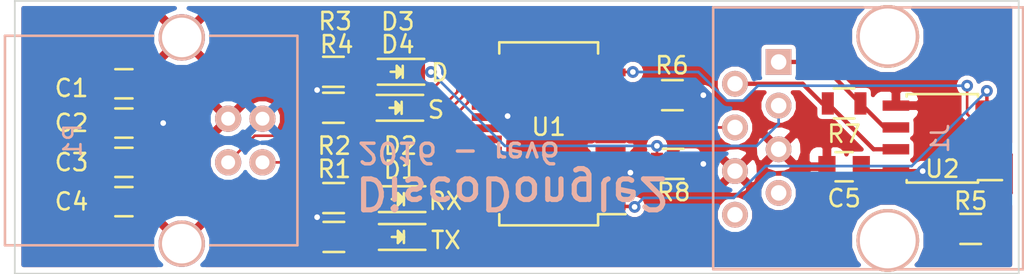
<source format=kicad_pcb>
(kicad_pcb (version 20171130) (host pcbnew "(5.1.12)-1")

  (general
    (thickness 1.6)
    (drawings 6)
    (tracks 146)
    (zones 0)
    (modules 21)
    (nets 32)
  )

  (page A4)
  (layers
    (0 F.Cu signal)
    (31 B.Cu signal)
    (32 B.Adhes user hide)
    (33 F.Adhes user hide)
    (34 B.Paste user hide)
    (35 F.Paste user hide)
    (36 B.SilkS user hide)
    (37 F.SilkS user hide)
    (38 B.Mask user hide)
    (39 F.Mask user hide)
    (40 Dwgs.User user hide)
    (41 Cmts.User user hide)
    (42 Eco1.User user hide)
    (43 Eco2.User user hide)
    (44 Edge.Cuts user)
    (45 Margin user hide)
    (46 B.CrtYd user hide)
    (47 F.CrtYd user hide)
    (48 B.Fab user hide)
    (49 F.Fab user hide)
  )

  (setup
    (last_trace_width 0.1524)
    (user_trace_width 0.2032)
    (trace_clearance 0.1524)
    (zone_clearance 0.25)
    (zone_45_only no)
    (trace_min 0.1524)
    (via_size 0.6858)
    (via_drill 0.3302)
    (via_min_size 0.6858)
    (via_min_drill 0.3302)
    (uvia_size 0.762)
    (uvia_drill 0.508)
    (uvias_allowed no)
    (uvia_min_size 0)
    (uvia_min_drill 0)
    (edge_width 0.1)
    (segment_width 0.2)
    (pcb_text_width 0.3)
    (pcb_text_size 1.5 1.5)
    (mod_edge_width 0.15)
    (mod_text_size 1 1)
    (mod_text_width 0.15)
    (pad_size 1.5 1.5)
    (pad_drill 0.6)
    (pad_to_mask_clearance 0)
    (aux_axis_origin 0 0)
    (grid_origin 205.232 104.394)
    (visible_elements 7FFFFFFF)
    (pcbplotparams
      (layerselection 0x010f8_80000001)
      (usegerberextensions true)
      (usegerberattributes true)
      (usegerberadvancedattributes true)
      (creategerberjobfile true)
      (excludeedgelayer true)
      (linewidth 0.100000)
      (plotframeref false)
      (viasonmask false)
      (mode 1)
      (useauxorigin false)
      (hpglpennumber 1)
      (hpglpenspeed 20)
      (hpglpendiameter 15.000000)
      (psnegative false)
      (psa4output false)
      (plotreference true)
      (plotvalue true)
      (plotinvisibletext false)
      (padsonsilk false)
      (subtractmaskfromsilk false)
      (outputformat 1)
      (mirror false)
      (drillshape 0)
      (scaleselection 1)
      (outputdirectory "Gerbers/"))
  )

  (net 0 "")
  (net 1 +5V)
  (net 2 GND)
  (net 3 "Net-(C4-Pad1)")
  (net 4 "Net-(D1-Pad2)")
  (net 5 TXLED)
  (net 6 "Net-(D2-Pad2)")
  (net 7 RXLED)
  (net 8 "Net-(D3-Pad2)")
  (net 9 Daisy)
  (net 10 "Net-(D4-Pad2)")
  (net 11 Signal)
  (net 12 "Net-(J1-Pad1)")
  (net 13 "Net-(J1-Pad2)")
  (net 14 "Net-(J1-Pad7)")
  (net 15 "Net-(J1-Pad8)")
  (net 16 "Net-(P1-Pad2)")
  (net 17 "Net-(P1-Pad3)")
  (net 18 "Net-(U1-Pad2)")
  (net 19 "Net-(U1-Pad6)")
  (net 20 "Net-(U1-Pad8)")
  (net 21 "Net-(U1-Pad12)")
  (net 22 "Net-(U1-Pad14)")
  (net 23 "Net-(U1-Pad19)")
  (net 24 "Net-(U1-Pad24)")
  (net 25 "Net-(U1-Pad27)")
  (net 26 "Net-(U1-Pad28)")
  (net 27 "Net-(R5-Pad1)")
  (net 28 "Net-(U1-Pad11)")
  (net 29 "Net-(U1-Pad1)")
  (net 30 "Net-(U1-Pad5)")
  (net 31 "Net-(U1-Pad10)")

  (net_class Default "This is the default net class."
    (clearance 0.1524)
    (trace_width 0.1524)
    (via_dia 0.6858)
    (via_drill 0.3302)
    (uvia_dia 0.762)
    (uvia_drill 0.508)
    (add_net +5V)
    (add_net Daisy)
    (add_net GND)
    (add_net "Net-(C4-Pad1)")
    (add_net "Net-(D1-Pad2)")
    (add_net "Net-(D2-Pad2)")
    (add_net "Net-(D3-Pad2)")
    (add_net "Net-(D4-Pad2)")
    (add_net "Net-(J1-Pad1)")
    (add_net "Net-(J1-Pad2)")
    (add_net "Net-(J1-Pad7)")
    (add_net "Net-(J1-Pad8)")
    (add_net "Net-(P1-Pad2)")
    (add_net "Net-(P1-Pad3)")
    (add_net "Net-(R5-Pad1)")
    (add_net "Net-(U1-Pad1)")
    (add_net "Net-(U1-Pad10)")
    (add_net "Net-(U1-Pad11)")
    (add_net "Net-(U1-Pad12)")
    (add_net "Net-(U1-Pad14)")
    (add_net "Net-(U1-Pad19)")
    (add_net "Net-(U1-Pad2)")
    (add_net "Net-(U1-Pad24)")
    (add_net "Net-(U1-Pad27)")
    (add_net "Net-(U1-Pad28)")
    (add_net "Net-(U1-Pad5)")
    (add_net "Net-(U1-Pad6)")
    (add_net "Net-(U1-Pad8)")
    (add_net RXLED)
    (add_net Signal)
    (add_net TXLED)
  )

  (module Connect:RJ45_8 (layer B.Cu) (tedit 5779F257) (tstamp 5779F1D1)
    (at 188.214 105.156 270)
    (tags RJ45)
    (path /574693F2)
    (fp_text reference J1 (at 0 -3.048 270) (layer B.SilkS)
      (effects (font (size 1 1) (thickness 0.15)) (justify mirror))
    )
    (fp_text value RJ45 (at 0.14224 0.1016 270) (layer B.Fab) hide
      (effects (font (size 1 1) (thickness 0.15)) (justify mirror))
    )
    (fp_line (start -7.62 10.16) (end -7.62 -7.874) (layer B.SilkS) (width 0.15))
    (fp_line (start 7.62 10.16) (end -7.62 10.16) (layer B.SilkS) (width 0.15))
    (fp_line (start 7.62 -7.874) (end 7.62 10.16) (layer B.SilkS) (width 0.15))
    (fp_line (start -7.62 -7.874) (end 7.62 -7.874) (layer B.SilkS) (width 0.15))
    (pad Hole np_thru_hole circle (at 5.93852 0 270) (size 3.64998 3.64998) (drill 3.2512) (layers *.Cu *.SilkS *.Mask))
    (pad Hole np_thru_hole circle (at -5.9309 0 270) (size 3.64998 3.64998) (drill 3.2512) (layers *.Cu *.SilkS *.Mask))
    (pad 1 thru_hole rect (at -4.445 6.35 270) (size 1.50114 1.50114) (drill 0.89916) (layers *.Cu *.Mask B.SilkS)
      (net 12 "Net-(J1-Pad1)"))
    (pad 2 thru_hole circle (at -3.175 8.89 270) (size 1.50114 1.50114) (drill 0.89916) (layers *.Cu *.Mask B.SilkS)
      (net 13 "Net-(J1-Pad2)"))
    (pad 3 thru_hole circle (at -1.905 6.35 270) (size 1.50114 1.50114) (drill 0.89916) (layers *.Cu *.Mask B.SilkS)
      (net 9 Daisy))
    (pad 4 thru_hole circle (at -0.635 8.89 270) (size 1.50114 1.50114) (drill 0.89916) (layers *.Cu *.Mask B.SilkS)
      (net 11 Signal))
    (pad 5 thru_hole circle (at 0.635 6.35 270) (size 1.50114 1.50114) (drill 0.89916) (layers *.Cu *.Mask B.SilkS)
      (net 2 GND))
    (pad 6 thru_hole circle (at 1.905 8.89 270) (size 1.50114 1.50114) (drill 0.89916) (layers *.Cu *.Mask B.SilkS)
      (net 2 GND))
    (pad 7 thru_hole circle (at 3.175 6.35 270) (size 1.50114 1.50114) (drill 0.89916) (layers *.Cu *.Mask B.SilkS)
      (net 14 "Net-(J1-Pad7)"))
    (pad 8 thru_hole circle (at 4.445 8.89 270) (size 1.50114 1.50114) (drill 0.89916) (layers *.Cu *.Mask B.SilkS)
      (net 15 "Net-(J1-Pad8)"))
    (model Connect.3dshapes/RJ45_8.wrl
      (at (xyz 0 0 0))
      (scale (xyz 0.4 0.4 0.4))
      (rotate (xyz 0 0 0))
    )
  )

  (module Connect:USB_B (layer B.Cu) (tedit 5779F0F5) (tstamp 5779F1E5)
    (at 151.8285 104.013 180)
    (descr "USB B connector")
    (tags "USB_B USB_DEV")
    (path /57468D47)
    (fp_text reference P1 (at 11.049 -1.27 90) (layer B.SilkS)
      (effects (font (size 1 1) (thickness 0.15)) (justify mirror))
    )
    (fp_text value USB_B (at 4.699 -1.27 270) (layer B.Fab) hide
      (effects (font (size 1 1) (thickness 0.15)) (justify mirror))
    )
    (fp_line (start -2.032 -7.366) (end -2.032 4.826) (layer B.SilkS) (width 0.15))
    (fp_line (start 14.986 4.826) (end 14.986 -7.366) (layer B.SilkS) (width 0.15))
    (fp_line (start -2.032 4.826) (end 3.048 4.826) (layer B.SilkS) (width 0.15))
    (fp_line (start 6.35 4.826) (end 14.986 4.826) (layer B.SilkS) (width 0.15))
    (fp_line (start -2.032 -7.366) (end 3.048 -7.366) (layer B.SilkS) (width 0.15))
    (fp_line (start 6.35 -7.366) (end 14.986 -7.366) (layer B.SilkS) (width 0.15))
    (fp_line (start 15.25 6.35) (end 15.25 -8.9) (layer B.CrtYd) (width 0.05))
    (fp_line (start -2.3 6.35) (end 15.25 6.35) (layer B.CrtYd) (width 0.05))
    (fp_line (start -2.3 -8.9) (end -2.3 6.35) (layer B.CrtYd) (width 0.05))
    (fp_line (start 15.25 -8.9) (end -2.3 -8.9) (layer B.CrtYd) (width 0.05))
    (pad 2 thru_hole circle (at 0 -2.54 270) (size 1.524 1.524) (drill 0.8128) (layers *.Cu *.Mask B.SilkS)
      (net 16 "Net-(P1-Pad2)"))
    (pad 1 thru_hole circle (at 0 0 270) (size 1.524 1.524) (drill 0.8128) (layers *.Cu *.Mask B.SilkS)
      (net 1 +5V))
    (pad 4 thru_hole circle (at 1.99898 0 270) (size 1.524 1.524) (drill 0.8128) (layers *.Cu *.Mask B.SilkS)
      (net 2 GND))
    (pad 3 thru_hole circle (at 1.99898 -2.54 270) (size 1.524 1.524) (drill 0.8128) (layers *.Cu *.Mask B.SilkS)
      (net 17 "Net-(P1-Pad3)"))
    (pad 5 thru_hole circle (at 4.699 -7.26948 270) (size 2.70002 2.70002) (drill 2.30124) (layers *.Cu *.Mask B.SilkS)
      (net 2 GND))
    (pad 5 thru_hole circle (at 4.699 4.72948 270) (size 2.70002 2.70002) (drill 2.30124) (layers *.Cu *.Mask B.SilkS)
      (net 2 GND))
    (model Connect.3dshapes/USB_B.wrl
      (offset (xyz 4.6989999294281 -1.269999980926514 0.02539999961853028))
      (scale (xyz 0.3937 0.3937 0.3937))
      (rotate (xyz 0 0 -90))
    )
  )

  (module LEDs:LED_0805 (layer F.Cu) (tedit 577A1D7E) (tstamp 5779F199)
    (at 159.707 108.694 180)
    (descr "LED 0805 smd package")
    (tags "LED 0805 SMD")
    (path /5746A53E)
    (attr smd)
    (fp_text reference D2 (at -0.15 3.1 180) (layer F.SilkS)
      (effects (font (size 1 1) (thickness 0.15)))
    )
    (fp_text value RX (at -2.7686 -0.1143 180) (layer F.SilkS)
      (effects (font (size 1 1) (thickness 0.15)))
    )
    (fp_line (start -1.9 -0.95) (end 1.9 -0.95) (layer F.CrtYd) (width 0.05))
    (fp_line (start -1.9 0.95) (end -1.9 -0.95) (layer F.CrtYd) (width 0.05))
    (fp_line (start 1.9 0.95) (end -1.9 0.95) (layer F.CrtYd) (width 0.05))
    (fp_line (start 1.9 -0.95) (end 1.9 0.95) (layer F.CrtYd) (width 0.05))
    (fp_line (start 0 0.35) (end -0.35 0) (layer F.SilkS) (width 0.15))
    (fp_line (start 0 -0.35) (end 0 0.35) (layer F.SilkS) (width 0.15))
    (fp_line (start -0.35 0) (end 0 -0.35) (layer F.SilkS) (width 0.15))
    (fp_line (start 0 0) (end 0.35 0) (layer F.SilkS) (width 0.15))
    (fp_line (start -0.35 -0.35) (end -0.35 0.35) (layer F.SilkS) (width 0.15))
    (fp_line (start -0.1 -0.1) (end -0.25 0.05) (layer F.SilkS) (width 0.15))
    (fp_line (start -0.1 0.15) (end -0.1 -0.1) (layer F.SilkS) (width 0.15))
    (fp_line (start -1.6 -0.75) (end 1.1 -0.75) (layer F.SilkS) (width 0.15))
    (fp_line (start -1.6 0.75) (end 1.1 0.75) (layer F.SilkS) (width 0.15))
    (pad 2 smd rect (at 1.04902 0) (size 1.19888 1.19888) (layers F.Cu F.Paste F.Mask)
      (net 6 "Net-(D2-Pad2)"))
    (pad 1 smd rect (at -1.04902 0) (size 1.19888 1.19888) (layers F.Cu F.Paste F.Mask)
      (net 7 RXLED))
    (model LEDs.3dshapes/LED_0805.wrl
      (at (xyz 0 0 0))
      (scale (xyz 1 1 1))
      (rotate (xyz 0 0 0))
    )
  )

  (module LEDs:LED_0805 (layer F.Cu) (tedit 577A1D83) (tstamp 5779F186)
    (at 159.707 110.894 180)
    (descr "LED 0805 smd package")
    (tags "LED 0805 SMD")
    (path /5746A4EF)
    (attr smd)
    (fp_text reference D1 (at -0.15 3.9 180) (layer F.SilkS)
      (effects (font (size 1 1) (thickness 0.15)))
    )
    (fp_text value TX (at -2.794 -0.1905 180) (layer F.SilkS)
      (effects (font (size 1 1) (thickness 0.15)))
    )
    (fp_line (start -1.9 -0.95) (end 1.9 -0.95) (layer F.CrtYd) (width 0.05))
    (fp_line (start -1.9 0.95) (end -1.9 -0.95) (layer F.CrtYd) (width 0.05))
    (fp_line (start 1.9 0.95) (end -1.9 0.95) (layer F.CrtYd) (width 0.05))
    (fp_line (start 1.9 -0.95) (end 1.9 0.95) (layer F.CrtYd) (width 0.05))
    (fp_line (start 0 0.35) (end -0.35 0) (layer F.SilkS) (width 0.15))
    (fp_line (start 0 -0.35) (end 0 0.35) (layer F.SilkS) (width 0.15))
    (fp_line (start -0.35 0) (end 0 -0.35) (layer F.SilkS) (width 0.15))
    (fp_line (start 0 0) (end 0.35 0) (layer F.SilkS) (width 0.15))
    (fp_line (start -0.35 -0.35) (end -0.35 0.35) (layer F.SilkS) (width 0.15))
    (fp_line (start -0.1 -0.1) (end -0.25 0.05) (layer F.SilkS) (width 0.15))
    (fp_line (start -0.1 0.15) (end -0.1 -0.1) (layer F.SilkS) (width 0.15))
    (fp_line (start -1.6 -0.75) (end 1.1 -0.75) (layer F.SilkS) (width 0.15))
    (fp_line (start -1.6 0.75) (end 1.1 0.75) (layer F.SilkS) (width 0.15))
    (pad 2 smd rect (at 1.04902 0) (size 1.19888 1.19888) (layers F.Cu F.Paste F.Mask)
      (net 4 "Net-(D1-Pad2)"))
    (pad 1 smd rect (at -1.04902 0) (size 1.19888 1.19888) (layers F.Cu F.Paste F.Mask)
      (net 5 TXLED))
    (model LEDs.3dshapes/LED_0805.wrl
      (at (xyz 0 0 0))
      (scale (xyz 1 1 1))
      (rotate (xyz 0 0 0))
    )
  )

  (module Resistors_SMD:R_0805 (layer F.Cu) (tedit 577A1BE3) (tstamp 5779F206)
    (at 155.982 110.894)
    (descr "Resistor SMD 0805, reflow soldering, Vishay (see dcrcw.pdf)")
    (tags "resistor 0805")
    (path /5746A6E4)
    (attr smd)
    (fp_text reference R1 (at 0.025 -3.95) (layer F.SilkS)
      (effects (font (size 1 1) (thickness 0.15)))
    )
    (fp_text value 200 (at 0 2.1) (layer F.Fab) hide
      (effects (font (size 1 1) (thickness 0.15)))
    )
    (fp_line (start -0.6 -0.875) (end 0.6 -0.875) (layer F.SilkS) (width 0.15))
    (fp_line (start 0.6 0.875) (end -0.6 0.875) (layer F.SilkS) (width 0.15))
    (fp_line (start 1.6 -1) (end 1.6 1) (layer F.CrtYd) (width 0.05))
    (fp_line (start -1.6 -1) (end -1.6 1) (layer F.CrtYd) (width 0.05))
    (fp_line (start -1.6 1) (end 1.6 1) (layer F.CrtYd) (width 0.05))
    (fp_line (start -1.6 -1) (end 1.6 -1) (layer F.CrtYd) (width 0.05))
    (pad 1 smd rect (at -0.95 0) (size 0.7 1.3) (layers F.Cu F.Paste F.Mask)
      (net 1 +5V))
    (pad 2 smd rect (at 0.95 0) (size 0.7 1.3) (layers F.Cu F.Paste F.Mask)
      (net 4 "Net-(D1-Pad2)"))
    (model Resistors_SMD.3dshapes/R_0805.wrl
      (at (xyz 0 0 0))
      (scale (xyz 1 1 1))
      (rotate (xyz 0 0 0))
    )
  )

  (module Resistors_SMD:R_0805 (layer F.Cu) (tedit 577A1D58) (tstamp 5779F212)
    (at 155.9675 108.6305)
    (descr "Resistor SMD 0805, reflow soldering, Vishay (see dcrcw.pdf)")
    (tags "resistor 0805")
    (path /5746A771)
    (attr smd)
    (fp_text reference R2 (at 0.0395 -3.0365) (layer F.SilkS)
      (effects (font (size 1 1) (thickness 0.15)))
    )
    (fp_text value 200 (at 0 2.1) (layer F.Fab) hide
      (effects (font (size 1 1) (thickness 0.15)))
    )
    (fp_line (start -0.6 -0.875) (end 0.6 -0.875) (layer F.SilkS) (width 0.15))
    (fp_line (start 0.6 0.875) (end -0.6 0.875) (layer F.SilkS) (width 0.15))
    (fp_line (start 1.6 -1) (end 1.6 1) (layer F.CrtYd) (width 0.05))
    (fp_line (start -1.6 -1) (end -1.6 1) (layer F.CrtYd) (width 0.05))
    (fp_line (start -1.6 1) (end 1.6 1) (layer F.CrtYd) (width 0.05))
    (fp_line (start -1.6 -1) (end 1.6 -1) (layer F.CrtYd) (width 0.05))
    (pad 1 smd rect (at -0.95 0) (size 0.7 1.3) (layers F.Cu F.Paste F.Mask)
      (net 1 +5V))
    (pad 2 smd rect (at 0.95 0) (size 0.7 1.3) (layers F.Cu F.Paste F.Mask)
      (net 6 "Net-(D2-Pad2)"))
    (model Resistors_SMD.3dshapes/R_0805.wrl
      (at (xyz 0 0 0))
      (scale (xyz 1 1 1))
      (rotate (xyz 0 0 0))
    )
  )

  (module Capacitors_SMD:C_0805 (layer F.Cu) (tedit 5779F73A) (tstamp 5779F143)
    (at 143.764 101.981 180)
    (descr "Capacitor SMD 0805, reflow soldering, AVX (see smccp.pdf)")
    (tags "capacitor 0805")
    (path /5746D4DF)
    (attr smd)
    (fp_text reference C1 (at 3.048 -0.254 180) (layer F.SilkS)
      (effects (font (size 1 1) (thickness 0.15)))
    )
    (fp_text value 100nF (at 0 2.1 180) (layer F.Fab) hide
      (effects (font (size 1 1) (thickness 0.15)))
    )
    (fp_line (start -0.5 0.85) (end 0.5 0.85) (layer F.SilkS) (width 0.15))
    (fp_line (start 0.5 -0.85) (end -0.5 -0.85) (layer F.SilkS) (width 0.15))
    (fp_line (start 1.8 -1) (end 1.8 1) (layer F.CrtYd) (width 0.05))
    (fp_line (start -1.8 -1) (end -1.8 1) (layer F.CrtYd) (width 0.05))
    (fp_line (start -1.8 1) (end 1.8 1) (layer F.CrtYd) (width 0.05))
    (fp_line (start -1.8 -1) (end 1.8 -1) (layer F.CrtYd) (width 0.05))
    (pad 1 smd rect (at -1 0 180) (size 1 1.25) (layers F.Cu F.Paste F.Mask)
      (net 1 +5V))
    (pad 2 smd rect (at 1 0 180) (size 1 1.25) (layers F.Cu F.Paste F.Mask)
      (net 2 GND))
    (model Capacitors_SMD.3dshapes/C_0805.wrl
      (at (xyz 0 0 0))
      (scale (xyz 1 1 1))
      (rotate (xyz 0 0 0))
    )
  )

  (module Capacitors_SMD:C_0805 (layer F.Cu) (tedit 5779F73F) (tstamp 5779F14F)
    (at 143.764 104.267 180)
    (descr "Capacitor SMD 0805, reflow soldering, AVX (see smccp.pdf)")
    (tags "capacitor 0805")
    (path /5746D51B)
    (attr smd)
    (fp_text reference C2 (at 3.048 0 180) (layer F.SilkS)
      (effects (font (size 1 1) (thickness 0.15)))
    )
    (fp_text value 4.7uF (at 0 2.1 180) (layer F.Fab) hide
      (effects (font (size 1 1) (thickness 0.15)))
    )
    (fp_line (start -0.5 0.85) (end 0.5 0.85) (layer F.SilkS) (width 0.15))
    (fp_line (start 0.5 -0.85) (end -0.5 -0.85) (layer F.SilkS) (width 0.15))
    (fp_line (start 1.8 -1) (end 1.8 1) (layer F.CrtYd) (width 0.05))
    (fp_line (start -1.8 -1) (end -1.8 1) (layer F.CrtYd) (width 0.05))
    (fp_line (start -1.8 1) (end 1.8 1) (layer F.CrtYd) (width 0.05))
    (fp_line (start -1.8 -1) (end 1.8 -1) (layer F.CrtYd) (width 0.05))
    (pad 1 smd rect (at -1 0 180) (size 1 1.25) (layers F.Cu F.Paste F.Mask)
      (net 1 +5V))
    (pad 2 smd rect (at 1 0 180) (size 1 1.25) (layers F.Cu F.Paste F.Mask)
      (net 2 GND))
    (model Capacitors_SMD.3dshapes/C_0805.wrl
      (at (xyz 0 0 0))
      (scale (xyz 1 1 1))
      (rotate (xyz 0 0 0))
    )
  )

  (module Capacitors_SMD:C_0805 (layer F.Cu) (tedit 5779F744) (tstamp 5779F15B)
    (at 143.764 106.553 180)
    (descr "Capacitor SMD 0805, reflow soldering, AVX (see smccp.pdf)")
    (tags "capacitor 0805")
    (path /5746D054)
    (attr smd)
    (fp_text reference C3 (at 3.048 0 180) (layer F.SilkS)
      (effects (font (size 1 1) (thickness 0.15)))
    )
    (fp_text value 10nF (at 0 2.1 180) (layer F.Fab) hide
      (effects (font (size 1 1) (thickness 0.15)))
    )
    (fp_line (start -0.5 0.85) (end 0.5 0.85) (layer F.SilkS) (width 0.15))
    (fp_line (start 0.5 -0.85) (end -0.5 -0.85) (layer F.SilkS) (width 0.15))
    (fp_line (start 1.8 -1) (end 1.8 1) (layer F.CrtYd) (width 0.05))
    (fp_line (start -1.8 -1) (end -1.8 1) (layer F.CrtYd) (width 0.05))
    (fp_line (start -1.8 1) (end 1.8 1) (layer F.CrtYd) (width 0.05))
    (fp_line (start -1.8 -1) (end 1.8 -1) (layer F.CrtYd) (width 0.05))
    (pad 1 smd rect (at -1 0 180) (size 1 1.25) (layers F.Cu F.Paste F.Mask)
      (net 1 +5V))
    (pad 2 smd rect (at 1 0 180) (size 1 1.25) (layers F.Cu F.Paste F.Mask)
      (net 2 GND))
    (model Capacitors_SMD.3dshapes/C_0805.wrl
      (at (xyz 0 0 0))
      (scale (xyz 1 1 1))
      (rotate (xyz 0 0 0))
    )
  )

  (module Capacitors_SMD:C_0805 (layer F.Cu) (tedit 5779F74C) (tstamp 5779F167)
    (at 143.764 108.839 180)
    (descr "Capacitor SMD 0805, reflow soldering, AVX (see smccp.pdf)")
    (tags "capacitor 0805")
    (path /5746911C)
    (attr smd)
    (fp_text reference C4 (at 3.048 0 180) (layer F.SilkS)
      (effects (font (size 1 1) (thickness 0.15)))
    )
    (fp_text value 100nF (at 0 2.1 180) (layer F.Fab) hide
      (effects (font (size 1 1) (thickness 0.15)))
    )
    (fp_line (start -0.5 0.85) (end 0.5 0.85) (layer F.SilkS) (width 0.15))
    (fp_line (start 0.5 -0.85) (end -0.5 -0.85) (layer F.SilkS) (width 0.15))
    (fp_line (start 1.8 -1) (end 1.8 1) (layer F.CrtYd) (width 0.05))
    (fp_line (start -1.8 -1) (end -1.8 1) (layer F.CrtYd) (width 0.05))
    (fp_line (start -1.8 1) (end 1.8 1) (layer F.CrtYd) (width 0.05))
    (fp_line (start -1.8 -1) (end 1.8 -1) (layer F.CrtYd) (width 0.05))
    (pad 1 smd rect (at -1 0 180) (size 1 1.25) (layers F.Cu F.Paste F.Mask)
      (net 3 "Net-(C4-Pad1)"))
    (pad 2 smd rect (at 1 0 180) (size 1 1.25) (layers F.Cu F.Paste F.Mask)
      (net 2 GND))
    (model Capacitors_SMD.3dshapes/C_0805.wrl
      (at (xyz 0 0 0))
      (scale (xyz 1 1 1))
      (rotate (xyz 0 0 0))
    )
  )

  (module Capacitors_SMD:C_0805 (layer F.Cu) (tedit 577A17A2) (tstamp 5779F173)
    (at 185.674 106.807 180)
    (descr "Capacitor SMD 0805, reflow soldering, AVX (see smccp.pdf)")
    (tags "capacitor 0805")
    (path /5746C982)
    (attr smd)
    (fp_text reference C5 (at 0 -1.8415 180) (layer F.SilkS)
      (effects (font (size 1 1) (thickness 0.15)))
    )
    (fp_text value 100nF (at 0 2.1 180) (layer F.Fab) hide
      (effects (font (size 1 1) (thickness 0.15)))
    )
    (fp_line (start -0.5 0.85) (end 0.5 0.85) (layer F.SilkS) (width 0.15))
    (fp_line (start 0.5 -0.85) (end -0.5 -0.85) (layer F.SilkS) (width 0.15))
    (fp_line (start 1.8 -1) (end 1.8 1) (layer F.CrtYd) (width 0.05))
    (fp_line (start -1.8 -1) (end -1.8 1) (layer F.CrtYd) (width 0.05))
    (fp_line (start -1.8 1) (end 1.8 1) (layer F.CrtYd) (width 0.05))
    (fp_line (start -1.8 -1) (end 1.8 -1) (layer F.CrtYd) (width 0.05))
    (pad 1 smd rect (at -1 0 180) (size 1 1.25) (layers F.Cu F.Paste F.Mask)
      (net 1 +5V))
    (pad 2 smd rect (at 1 0 180) (size 1 1.25) (layers F.Cu F.Paste F.Mask)
      (net 2 GND))
    (model Capacitors_SMD.3dshapes/C_0805.wrl
      (at (xyz 0 0 0))
      (scale (xyz 1 1 1))
      (rotate (xyz 0 0 0))
    )
  )

  (module LEDs:LED_0805 (layer F.Cu) (tedit 57EC9445) (tstamp 5779F1AC)
    (at 159.639 101.2825 180)
    (descr "LED 0805 smd package")
    (tags "LED 0805 SMD")
    (path /5748F519)
    (attr smd)
    (fp_text reference D3 (at -0.0635 2.921 180) (layer F.SilkS)
      (effects (font (size 1 1) (thickness 0.15)))
    )
    (fp_text value D (at -2.5019 -0.0508 180) (layer F.SilkS)
      (effects (font (size 1 1) (thickness 0.15)))
    )
    (fp_line (start -1.9 -0.95) (end 1.9 -0.95) (layer F.CrtYd) (width 0.05))
    (fp_line (start -1.9 0.95) (end -1.9 -0.95) (layer F.CrtYd) (width 0.05))
    (fp_line (start 1.9 0.95) (end -1.9 0.95) (layer F.CrtYd) (width 0.05))
    (fp_line (start 1.9 -0.95) (end 1.9 0.95) (layer F.CrtYd) (width 0.05))
    (fp_line (start 0 0.35) (end -0.35 0) (layer F.SilkS) (width 0.15))
    (fp_line (start 0 -0.35) (end 0 0.35) (layer F.SilkS) (width 0.15))
    (fp_line (start -0.35 0) (end 0 -0.35) (layer F.SilkS) (width 0.15))
    (fp_line (start 0 0) (end 0.35 0) (layer F.SilkS) (width 0.15))
    (fp_line (start -0.35 -0.35) (end -0.35 0.35) (layer F.SilkS) (width 0.15))
    (fp_line (start -0.1 -0.1) (end -0.25 0.05) (layer F.SilkS) (width 0.15))
    (fp_line (start -0.1 0.15) (end -0.1 -0.1) (layer F.SilkS) (width 0.15))
    (fp_line (start -1.6 -0.75) (end 1.1 -0.75) (layer F.SilkS) (width 0.15))
    (fp_line (start -1.6 0.75) (end 1.1 0.75) (layer F.SilkS) (width 0.15))
    (pad 2 smd rect (at 1.04902 0) (size 1.19888 1.19888) (layers F.Cu F.Paste F.Mask)
      (net 8 "Net-(D3-Pad2)"))
    (pad 1 smd rect (at -1.04902 0) (size 1.19888 1.19888) (layers F.Cu F.Paste F.Mask)
      (net 9 Daisy))
    (model LEDs.3dshapes/LED_0805.wrl
      (at (xyz 0 0 0))
      (scale (xyz 1 1 1))
      (rotate (xyz 0 0 0))
    )
  )

  (module LEDs:LED_0805 (layer F.Cu) (tedit 57EC944C) (tstamp 5779F1BF)
    (at 159.5755 103.378 180)
    (descr "LED 0805 smd package")
    (tags "LED 0805 SMD")
    (path /57490E65)
    (attr smd)
    (fp_text reference D4 (at -0.127 3.683 180) (layer F.SilkS)
      (effects (font (size 1 1) (thickness 0.15)))
    )
    (fp_text value S (at -2.3495 -0.1143 180) (layer F.SilkS)
      (effects (font (size 1 1) (thickness 0.15)))
    )
    (fp_line (start -1.9 -0.95) (end 1.9 -0.95) (layer F.CrtYd) (width 0.05))
    (fp_line (start -1.9 0.95) (end -1.9 -0.95) (layer F.CrtYd) (width 0.05))
    (fp_line (start 1.9 0.95) (end -1.9 0.95) (layer F.CrtYd) (width 0.05))
    (fp_line (start 1.9 -0.95) (end 1.9 0.95) (layer F.CrtYd) (width 0.05))
    (fp_line (start 0 0.35) (end -0.35 0) (layer F.SilkS) (width 0.15))
    (fp_line (start 0 -0.35) (end 0 0.35) (layer F.SilkS) (width 0.15))
    (fp_line (start -0.35 0) (end 0 -0.35) (layer F.SilkS) (width 0.15))
    (fp_line (start 0 0) (end 0.35 0) (layer F.SilkS) (width 0.15))
    (fp_line (start -0.35 -0.35) (end -0.35 0.35) (layer F.SilkS) (width 0.15))
    (fp_line (start -0.1 -0.1) (end -0.25 0.05) (layer F.SilkS) (width 0.15))
    (fp_line (start -0.1 0.15) (end -0.1 -0.1) (layer F.SilkS) (width 0.15))
    (fp_line (start -1.6 -0.75) (end 1.1 -0.75) (layer F.SilkS) (width 0.15))
    (fp_line (start -1.6 0.75) (end 1.1 0.75) (layer F.SilkS) (width 0.15))
    (pad 2 smd rect (at 1.04902 0) (size 1.19888 1.19888) (layers F.Cu F.Paste F.Mask)
      (net 10 "Net-(D4-Pad2)"))
    (pad 1 smd rect (at -1.04902 0) (size 1.19888 1.19888) (layers F.Cu F.Paste F.Mask)
      (net 11 Signal))
    (model LEDs.3dshapes/LED_0805.wrl
      (at (xyz 0 0 0))
      (scale (xyz 1 1 1))
      (rotate (xyz 0 0 0))
    )
  )

  (module Resistors_SMD:R_0805 (layer F.Cu) (tedit 577A1C54) (tstamp 5779F21E)
    (at 155.956 103.378)
    (descr "Resistor SMD 0805, reflow soldering, Vishay (see dcrcw.pdf)")
    (tags "resistor 0805")
    (path /57490EAE)
    (attr smd)
    (fp_text reference R4 (at 0.1905 -3.683) (layer F.SilkS)
      (effects (font (size 1 1) (thickness 0.15)))
    )
    (fp_text value 200 (at 0 2.1) (layer F.Fab) hide
      (effects (font (size 1 1) (thickness 0.15)))
    )
    (fp_line (start -0.6 -0.875) (end 0.6 -0.875) (layer F.SilkS) (width 0.15))
    (fp_line (start 0.6 0.875) (end -0.6 0.875) (layer F.SilkS) (width 0.15))
    (fp_line (start 1.6 -1) (end 1.6 1) (layer F.CrtYd) (width 0.05))
    (fp_line (start -1.6 -1) (end -1.6 1) (layer F.CrtYd) (width 0.05))
    (fp_line (start -1.6 1) (end 1.6 1) (layer F.CrtYd) (width 0.05))
    (fp_line (start -1.6 -1) (end 1.6 -1) (layer F.CrtYd) (width 0.05))
    (pad 1 smd rect (at -0.95 0) (size 0.7 1.3) (layers F.Cu F.Paste F.Mask)
      (net 1 +5V))
    (pad 2 smd rect (at 0.95 0) (size 0.7 1.3) (layers F.Cu F.Paste F.Mask)
      (net 10 "Net-(D4-Pad2)"))
    (model Resistors_SMD.3dshapes/R_0805.wrl
      (at (xyz 0 0 0))
      (scale (xyz 1 1 1))
      (rotate (xyz 0 0 0))
    )
  )

  (module Resistors_SMD:R_0805 (layer F.Cu) (tedit 577A105C) (tstamp 5779F22A)
    (at 193.04 110.4265 180)
    (descr "Resistor SMD 0805, reflow soldering, Vishay (see dcrcw.pdf)")
    (tags "resistor 0805")
    (path /574695A2)
    (attr smd)
    (fp_text reference R5 (at 0 1.6256) (layer F.SilkS)
      (effects (font (size 1 1) (thickness 0.15)))
    )
    (fp_text value 20k (at 0 2.1 180) (layer F.Fab) hide
      (effects (font (size 1 1) (thickness 0.15)))
    )
    (fp_line (start -0.6 -0.875) (end 0.6 -0.875) (layer F.SilkS) (width 0.15))
    (fp_line (start 0.6 0.875) (end -0.6 0.875) (layer F.SilkS) (width 0.15))
    (fp_line (start 1.6 -1) (end 1.6 1) (layer F.CrtYd) (width 0.05))
    (fp_line (start -1.6 -1) (end -1.6 1) (layer F.CrtYd) (width 0.05))
    (fp_line (start -1.6 1) (end 1.6 1) (layer F.CrtYd) (width 0.05))
    (fp_line (start -1.6 -1) (end 1.6 -1) (layer F.CrtYd) (width 0.05))
    (pad 1 smd rect (at -0.95 0 180) (size 0.7 1.3) (layers F.Cu F.Paste F.Mask)
      (net 27 "Net-(R5-Pad1)"))
    (pad 2 smd rect (at 0.95 0 180) (size 0.7 1.3) (layers F.Cu F.Paste F.Mask)
      (net 2 GND))
    (model Resistors_SMD.3dshapes/R_0805.wrl
      (at (xyz 0 0 0))
      (scale (xyz 1 1 1))
      (rotate (xyz 0 0 0))
    )
  )

  (module Resistors_SMD:R_0805 (layer F.Cu) (tedit 577A13F7) (tstamp 5779F236)
    (at 175.682 102.644 180)
    (descr "Resistor SMD 0805, reflow soldering, Vishay (see dcrcw.pdf)")
    (tags "resistor 0805")
    (path /5765F021)
    (attr smd)
    (fp_text reference R6 (at 0.0254 1.7272 180) (layer F.SilkS)
      (effects (font (size 1 1) (thickness 0.15)))
    )
    (fp_text value 20k (at 0 2.1 180) (layer F.Fab) hide
      (effects (font (size 1 1) (thickness 0.15)))
    )
    (fp_line (start -0.6 -0.875) (end 0.6 -0.875) (layer F.SilkS) (width 0.15))
    (fp_line (start 0.6 0.875) (end -0.6 0.875) (layer F.SilkS) (width 0.15))
    (fp_line (start 1.6 -1) (end 1.6 1) (layer F.CrtYd) (width 0.05))
    (fp_line (start -1.6 -1) (end -1.6 1) (layer F.CrtYd) (width 0.05))
    (fp_line (start -1.6 1) (end 1.6 1) (layer F.CrtYd) (width 0.05))
    (fp_line (start -1.6 -1) (end 1.6 -1) (layer F.CrtYd) (width 0.05))
    (pad 1 smd rect (at -0.95 0 180) (size 0.7 1.3) (layers F.Cu F.Paste F.Mask)
      (net 1 +5V))
    (pad 2 smd rect (at 0.95 0 180) (size 0.7 1.3) (layers F.Cu F.Paste F.Mask)
      (net 11 Signal))
    (model Resistors_SMD.3dshapes/R_0805.wrl
      (at (xyz 0 0 0))
      (scale (xyz 1 1 1))
      (rotate (xyz 0 0 0))
    )
  )

  (module Resistors_SMD:R_0805 (layer F.Cu) (tedit 577A0DED) (tstamp 5779F242)
    (at 185.674 103.124)
    (descr "Resistor SMD 0805, reflow soldering, Vishay (see dcrcw.pdf)")
    (tags "resistor 0805")
    (path /5746B006)
    (attr smd)
    (fp_text reference R7 (at 0 1.778 180) (layer F.SilkS)
      (effects (font (size 1 1) (thickness 0.15)))
    )
    (fp_text value 120 (at 0 2.1) (layer F.Fab) hide
      (effects (font (size 1 1) (thickness 0.15)))
    )
    (fp_line (start -0.6 -0.875) (end 0.6 -0.875) (layer F.SilkS) (width 0.15))
    (fp_line (start 0.6 0.875) (end -0.6 0.875) (layer F.SilkS) (width 0.15))
    (fp_line (start 1.6 -1) (end 1.6 1) (layer F.CrtYd) (width 0.05))
    (fp_line (start -1.6 -1) (end -1.6 1) (layer F.CrtYd) (width 0.05))
    (fp_line (start -1.6 1) (end 1.6 1) (layer F.CrtYd) (width 0.05))
    (fp_line (start -1.6 -1) (end 1.6 -1) (layer F.CrtYd) (width 0.05))
    (pad 1 smd rect (at -0.95 0) (size 0.7 1.3) (layers F.Cu F.Paste F.Mask)
      (net 13 "Net-(J1-Pad2)"))
    (pad 2 smd rect (at 0.95 0) (size 0.7 1.3) (layers F.Cu F.Paste F.Mask)
      (net 12 "Net-(J1-Pad1)"))
    (model Resistors_SMD.3dshapes/R_0805.wrl
      (at (xyz 0 0 0))
      (scale (xyz 1 1 1))
      (rotate (xyz 0 0 0))
    )
  )

  (module Resistors_SMD:R_0805 (layer F.Cu) (tedit 577A13F3) (tstamp 5779F24E)
    (at 175.732 106.644 180)
    (descr "Resistor SMD 0805, reflow soldering, Vishay (see dcrcw.pdf)")
    (tags "resistor 0805")
    (path /5747F3E8)
    (attr smd)
    (fp_text reference R8 (at -0.0254 -1.651 180) (layer F.SilkS)
      (effects (font (size 1 1) (thickness 0.15)))
    )
    (fp_text value 20k (at 0 2.1 180) (layer F.Fab) hide
      (effects (font (size 1 1) (thickness 0.15)))
    )
    (fp_line (start -0.6 -0.875) (end 0.6 -0.875) (layer F.SilkS) (width 0.15))
    (fp_line (start 0.6 0.875) (end -0.6 0.875) (layer F.SilkS) (width 0.15))
    (fp_line (start 1.6 -1) (end 1.6 1) (layer F.CrtYd) (width 0.05))
    (fp_line (start -1.6 -1) (end -1.6 1) (layer F.CrtYd) (width 0.05))
    (fp_line (start -1.6 1) (end 1.6 1) (layer F.CrtYd) (width 0.05))
    (fp_line (start -1.6 -1) (end 1.6 -1) (layer F.CrtYd) (width 0.05))
    (pad 1 smd rect (at -0.95 0 180) (size 0.7 1.3) (layers F.Cu F.Paste F.Mask)
      (net 1 +5V))
    (pad 2 smd rect (at 0.95 0 180) (size 0.7 1.3) (layers F.Cu F.Paste F.Mask)
      (net 9 Daisy))
    (model Resistors_SMD.3dshapes/R_0805.wrl
      (at (xyz 0 0 0))
      (scale (xyz 1 1 1))
      (rotate (xyz 0 0 0))
    )
  )

  (module Housings_SSOP:SSOP-28_5.3x10.2mm_Pitch0.65mm (layer F.Cu) (tedit 5779FB0C) (tstamp 5779F285)
    (at 168.482 104.894 180)
    (descr "28-Lead Plastic Shrink Small Outline (SS)-5.30 mm Body [SSOP] (see Microchip Packaging Specification 00000049BS.pdf)")
    (tags "SSOP 0.65")
    (path /57468CE5)
    (attr smd)
    (fp_text reference U1 (at 0 0.4 180) (layer F.SilkS)
      (effects (font (size 1 1) (thickness 0.15)))
    )
    (fp_text value FT232RL (at 0 6.25 180) (layer F.Fab) hide
      (effects (font (size 1 1) (thickness 0.15)))
    )
    (fp_line (start -2.875 -4.675) (end -4.475 -4.675) (layer F.SilkS) (width 0.15))
    (fp_line (start -2.875 5.325) (end 2.875 5.325) (layer F.SilkS) (width 0.15))
    (fp_line (start -2.875 -5.325) (end 2.875 -5.325) (layer F.SilkS) (width 0.15))
    (fp_line (start -2.875 5.325) (end -2.875 4.675) (layer F.SilkS) (width 0.15))
    (fp_line (start 2.875 5.325) (end 2.875 4.675) (layer F.SilkS) (width 0.15))
    (fp_line (start 2.875 -5.325) (end 2.875 -4.675) (layer F.SilkS) (width 0.15))
    (fp_line (start -2.875 -5.325) (end -2.875 -4.675) (layer F.SilkS) (width 0.15))
    (fp_line (start -4.75 5.5) (end 4.75 5.5) (layer F.CrtYd) (width 0.05))
    (fp_line (start -4.75 -5.5) (end 4.75 -5.5) (layer F.CrtYd) (width 0.05))
    (fp_line (start 4.75 -5.5) (end 4.75 5.5) (layer F.CrtYd) (width 0.05))
    (fp_line (start -4.75 -5.5) (end -4.75 5.5) (layer F.CrtYd) (width 0.05))
    (pad 1 smd rect (at -3.6 -4.225 180) (size 1.75 0.45) (layers F.Cu F.Paste F.Mask)
      (net 29 "Net-(U1-Pad1)"))
    (pad 2 smd rect (at -3.6 -3.575 180) (size 1.75 0.45) (layers F.Cu F.Paste F.Mask)
      (net 18 "Net-(U1-Pad2)"))
    (pad 3 smd rect (at -3.6 -2.925 180) (size 1.75 0.45) (layers F.Cu F.Paste F.Mask)
      (net 9 Daisy))
    (pad 4 smd rect (at -3.6 -2.275 180) (size 1.75 0.45) (layers F.Cu F.Paste F.Mask)
      (net 1 +5V))
    (pad 5 smd rect (at -3.6 -1.625 180) (size 1.75 0.45) (layers F.Cu F.Paste F.Mask)
      (net 30 "Net-(U1-Pad5)"))
    (pad 6 smd rect (at -3.6 -0.975 180) (size 1.75 0.45) (layers F.Cu F.Paste F.Mask)
      (net 19 "Net-(U1-Pad6)"))
    (pad 7 smd rect (at -3.6 -0.325 180) (size 1.75 0.45) (layers F.Cu F.Paste F.Mask)
      (net 2 GND))
    (pad 8 smd rect (at -3.6 0.325 180) (size 1.75 0.45) (layers F.Cu F.Paste F.Mask)
      (net 20 "Net-(U1-Pad8)"))
    (pad 9 smd rect (at -3.6 0.975 180) (size 1.75 0.45) (layers F.Cu F.Paste F.Mask)
      (net 11 Signal))
    (pad 10 smd rect (at -3.6 1.625 180) (size 1.75 0.45) (layers F.Cu F.Paste F.Mask)
      (net 31 "Net-(U1-Pad10)"))
    (pad 11 smd rect (at -3.6 2.275 180) (size 1.75 0.45) (layers F.Cu F.Paste F.Mask)
      (net 28 "Net-(U1-Pad11)"))
    (pad 12 smd rect (at -3.6 2.925 180) (size 1.75 0.45) (layers F.Cu F.Paste F.Mask)
      (net 21 "Net-(U1-Pad12)"))
    (pad 13 smd rect (at -3.6 3.575 180) (size 1.75 0.45) (layers F.Cu F.Paste F.Mask)
      (net 27 "Net-(R5-Pad1)"))
    (pad 14 smd rect (at -3.6 4.225 180) (size 1.75 0.45) (layers F.Cu F.Paste F.Mask)
      (net 22 "Net-(U1-Pad14)"))
    (pad 15 smd rect (at 3.6 4.225 180) (size 1.75 0.45) (layers F.Cu F.Paste F.Mask)
      (net 17 "Net-(P1-Pad3)"))
    (pad 16 smd rect (at 3.6 3.575 180) (size 1.75 0.45) (layers F.Cu F.Paste F.Mask)
      (net 16 "Net-(P1-Pad2)"))
    (pad 17 smd rect (at 3.6 2.925 180) (size 1.75 0.45) (layers F.Cu F.Paste F.Mask)
      (net 3 "Net-(C4-Pad1)"))
    (pad 18 smd rect (at 3.6 2.275 180) (size 1.75 0.45) (layers F.Cu F.Paste F.Mask)
      (net 2 GND))
    (pad 19 smd rect (at 3.6 1.625 180) (size 1.75 0.45) (layers F.Cu F.Paste F.Mask)
      (net 23 "Net-(U1-Pad19)"))
    (pad 20 smd rect (at 3.6 0.975 180) (size 1.75 0.45) (layers F.Cu F.Paste F.Mask)
      (net 1 +5V))
    (pad 21 smd rect (at 3.6 0.325 180) (size 1.75 0.45) (layers F.Cu F.Paste F.Mask)
      (net 2 GND))
    (pad 22 smd rect (at 3.6 -0.325 180) (size 1.75 0.45) (layers F.Cu F.Paste F.Mask)
      (net 7 RXLED))
    (pad 23 smd rect (at 3.6 -0.975 180) (size 1.75 0.45) (layers F.Cu F.Paste F.Mask)
      (net 5 TXLED))
    (pad 24 smd rect (at 3.6 -1.625 180) (size 1.75 0.45) (layers F.Cu F.Paste F.Mask)
      (net 24 "Net-(U1-Pad24)"))
    (pad 25 smd rect (at 3.6 -2.275 180) (size 1.75 0.45) (layers F.Cu F.Paste F.Mask)
      (net 2 GND))
    (pad 26 smd rect (at 3.6 -2.925 180) (size 1.75 0.45) (layers F.Cu F.Paste F.Mask)
      (net 2 GND))
    (pad 27 smd rect (at 3.6 -3.575 180) (size 1.75 0.45) (layers F.Cu F.Paste F.Mask)
      (net 25 "Net-(U1-Pad27)"))
    (pad 28 smd rect (at 3.6 -4.225 180) (size 1.75 0.45) (layers F.Cu F.Paste F.Mask)
      (net 26 "Net-(U1-Pad28)"))
    (model Housings_SSOP.3dshapes/SSOP-28_5.3x10.2mm_Pitch0.65mm.wrl
      (at (xyz 0 0 0))
      (scale (xyz 1 1 1))
      (rotate (xyz 0 0 0))
    )
  )

  (module Housings_SOIC:SOIC-8_3.9x4.9mm_Pitch1.27mm (layer F.Cu) (tedit 5779F427) (tstamp 5779F29C)
    (at 191.389 105.156 180)
    (descr "8-Lead Plastic Small Outline (SN) - Narrow, 3.90 mm Body [SOIC] (see Microchip Packaging Specification 00000049BS.pdf)")
    (tags "SOIC 1.27")
    (path /57469336)
    (attr smd)
    (fp_text reference U2 (at 0 -1.778 180) (layer F.SilkS)
      (effects (font (size 1 1) (thickness 0.15)))
    )
    (fp_text value ISL81487E (at 0 3.5 180) (layer F.Fab) hide
      (effects (font (size 1 1) (thickness 0.15)))
    )
    (fp_line (start -2.075 -2.43) (end -3.475 -2.43) (layer F.SilkS) (width 0.15))
    (fp_line (start -2.075 2.575) (end 2.075 2.575) (layer F.SilkS) (width 0.15))
    (fp_line (start -2.075 -2.575) (end 2.075 -2.575) (layer F.SilkS) (width 0.15))
    (fp_line (start -2.075 2.575) (end -2.075 2.43) (layer F.SilkS) (width 0.15))
    (fp_line (start 2.075 2.575) (end 2.075 2.43) (layer F.SilkS) (width 0.15))
    (fp_line (start 2.075 -2.575) (end 2.075 -2.43) (layer F.SilkS) (width 0.15))
    (fp_line (start -2.075 -2.575) (end -2.075 -2.43) (layer F.SilkS) (width 0.15))
    (fp_line (start -3.75 2.75) (end 3.75 2.75) (layer F.CrtYd) (width 0.05))
    (fp_line (start -3.75 -2.75) (end 3.75 -2.75) (layer F.CrtYd) (width 0.05))
    (fp_line (start 3.75 -2.75) (end 3.75 2.75) (layer F.CrtYd) (width 0.05))
    (fp_line (start -3.75 -2.75) (end -3.75 2.75) (layer F.CrtYd) (width 0.05))
    (pad 1 smd rect (at -2.7 -1.905 180) (size 1.55 0.6) (layers F.Cu F.Paste F.Mask)
      (net 30 "Net-(U1-Pad5)"))
    (pad 2 smd rect (at -2.7 -0.635 180) (size 1.55 0.6) (layers F.Cu F.Paste F.Mask)
      (net 27 "Net-(R5-Pad1)"))
    (pad 3 smd rect (at -2.7 0.635 180) (size 1.55 0.6) (layers F.Cu F.Paste F.Mask)
      (net 27 "Net-(R5-Pad1)"))
    (pad 4 smd rect (at -2.7 1.905 180) (size 1.55 0.6) (layers F.Cu F.Paste F.Mask)
      (net 29 "Net-(U1-Pad1)"))
    (pad 5 smd rect (at 2.7 1.905 180) (size 1.55 0.6) (layers F.Cu F.Paste F.Mask)
      (net 2 GND))
    (pad 6 smd rect (at 2.7 0.635 180) (size 1.55 0.6) (layers F.Cu F.Paste F.Mask)
      (net 12 "Net-(J1-Pad1)"))
    (pad 7 smd rect (at 2.7 -0.635 180) (size 1.55 0.6) (layers F.Cu F.Paste F.Mask)
      (net 13 "Net-(J1-Pad2)"))
    (pad 8 smd rect (at 2.7 -1.905 180) (size 1.55 0.6) (layers F.Cu F.Paste F.Mask)
      (net 1 +5V))
    (model Housings_SOIC.3dshapes/SOIC-8_3.9x4.9mm_Pitch1.27mm.wrl
      (at (xyz 0 0 0))
      (scale (xyz 1 1 1))
      (rotate (xyz 0 0 0))
    )
  )

  (module Resistors_SMD:R_0805 (layer F.Cu) (tedit 577A1C56) (tstamp 5779F878)
    (at 155.956 101.2825)
    (descr "Resistor SMD 0805, reflow soldering, Vishay (see dcrcw.pdf)")
    (tags "resistor 0805")
    (path /5748F6BB)
    (attr smd)
    (fp_text reference R3 (at 0.101 -2.9385) (layer F.SilkS)
      (effects (font (size 1 1) (thickness 0.15)))
    )
    (fp_text value 200 (at 0 2.1) (layer F.Fab) hide
      (effects (font (size 1 1) (thickness 0.15)))
    )
    (fp_line (start -0.6 -0.875) (end 0.6 -0.875) (layer F.SilkS) (width 0.15))
    (fp_line (start 0.6 0.875) (end -0.6 0.875) (layer F.SilkS) (width 0.15))
    (fp_line (start 1.6 -1) (end 1.6 1) (layer F.CrtYd) (width 0.05))
    (fp_line (start -1.6 -1) (end -1.6 1) (layer F.CrtYd) (width 0.05))
    (fp_line (start -1.6 1) (end 1.6 1) (layer F.CrtYd) (width 0.05))
    (fp_line (start -1.6 -1) (end 1.6 -1) (layer F.CrtYd) (width 0.05))
    (pad 1 smd rect (at -0.95 0) (size 0.7 1.3) (layers F.Cu F.Paste F.Mask)
      (net 1 +5V))
    (pad 2 smd rect (at 0.95 0) (size 0.7 1.3) (layers F.Cu F.Paste F.Mask)
      (net 8 "Net-(D3-Pad2)"))
    (model Resistors_SMD.3dshapes/R_0805.wrl
      (at (xyz 0 0 0))
      (scale (xyz 1 1 1))
      (rotate (xyz 0 0 0))
    )
  )

  (gr_text "2016 - rev6" (at 163.2585 105.9815 180) (layer B.SilkS)
    (effects (font (size 1.2 1.2) (thickness 0.2)) (justify mirror))
  )
  (gr_text DiscoDongle2 (at 166.37 108.331 180) (layer B.SilkS)
    (effects (font (size 1.8 1.8) (thickness 0.3)) (justify mirror))
  )
  (gr_line (start 195.834 113.03) (end 195.834 97.155) (angle 90) (layer Edge.Cuts) (width 0.1))
  (gr_line (start 137.414 113.03) (end 195.834 113.03) (angle 90) (layer Edge.Cuts) (width 0.1))
  (gr_line (start 137.414 97.155) (end 137.414 113.03) (angle 90) (layer Edge.Cuts) (width 0.1))
  (gr_line (start 195.834 97.155) (end 137.414 97.155) (angle 90) (layer Edge.Cuts) (width 0.1))

  (segment (start 155.006 101.2825) (end 155.006 102.343) (width 0.1524) (layer F.Cu) (net 1))
  (segment (start 155.006 102.343) (end 155.007 102.344) (width 0.1524) (layer F.Cu) (net 1))
  (segment (start 155.006 103.378) (end 155.006 102.345) (width 0.1524) (layer F.Cu) (net 1))
  (segment (start 155.006 102.345) (end 155.007 102.344) (width 0.1524) (layer F.Cu) (net 1))
  (via (at 155.007 102.344) (size 0.6858) (drill 0.3302) (layers F.Cu B.Cu) (net 1))
  (segment (start 155.032 110.894) (end 155.032 109.769) (width 0.1524) (layer F.Cu) (net 1))
  (segment (start 155.032 109.769) (end 155.007 109.744) (width 0.1524) (layer F.Cu) (net 1))
  (segment (start 155.0175 108.6305) (end 155.0175 109.7335) (width 0.1524) (layer F.Cu) (net 1))
  (segment (start 155.0175 109.7335) (end 155.007 109.744) (width 0.1524) (layer F.Cu) (net 1))
  (via (at 155.007 109.744) (size 0.6858) (drill 0.3302) (layers F.Cu B.Cu) (net 1))
  (segment (start 164.882 103.919) (end 166.031802 103.919) (width 0.1524) (layer F.Cu) (net 1))
  (segment (start 166.031802 103.919) (end 166.091688 103.859114) (width 0.1524) (layer F.Cu) (net 1))
  (via (at 166.091688 103.859114) (size 0.6858) (drill 0.3302) (layers F.Cu B.Cu) (net 1))
  (segment (start 172.082 107.169) (end 173.220751 107.169) (width 0.2032) (layer F.Cu) (net 1))
  (segment (start 173.220751 107.169) (end 173.237602 107.152149) (width 0.2032) (layer F.Cu) (net 1))
  (via (at 173.237602 107.152149) (size 0.6858) (drill 0.3302) (layers F.Cu B.Cu) (net 1))
  (segment (start 176.632 102.644) (end 177.482 102.644) (width 0.1524) (layer F.Cu) (net 1))
  (via (at 177.482 102.644) (size 0.6858) (drill 0.3302) (layers F.Cu B.Cu) (net 1))
  (segment (start 176.682 106.644) (end 177.482 106.644) (width 0.1524) (layer F.Cu) (net 1))
  (via (at 177.482 106.644) (size 0.6858) (drill 0.3302) (layers F.Cu B.Cu) (net 1))
  (via (at 190.246 107.061) (size 0.6858) (drill 0.3302) (layers F.Cu B.Cu) (net 1))
  (segment (start 188.816 107.061) (end 190.246 107.061) (width 0.25) (layer F.Cu) (net 1) (status 10))
  (via (at 146.05 104.267) (size 0.6858) (drill 0.3302) (layers F.Cu B.Cu) (net 1))
  (segment (start 144.764 104.267) (end 146.05 104.267) (width 0.25) (layer F.Cu) (net 1) (status 10))
  (segment (start 188.816 107.061) (end 187.055 107.061) (width 0.25) (layer F.Cu) (net 1) (status 30))
  (segment (start 144.764 106.553) (end 144.764 104.267) (width 0.25) (layer F.Cu) (net 1) (status 30))
  (segment (start 144.764 101.981) (end 144.764 104.267) (width 0.25) (layer F.Cu) (net 1) (status 30))
  (segment (start 146.3114 107.944) (end 152.357 107.944) (width 0.1524) (layer F.Cu) (net 3))
  (segment (start 152.357 107.944) (end 155.434777 104.866223) (width 0.1524) (layer F.Cu) (net 3))
  (segment (start 144.764 108.839) (end 145.4164 108.839) (width 0.1524) (layer F.Cu) (net 3))
  (segment (start 145.4164 108.839) (end 146.3114 107.944) (width 0.1524) (layer F.Cu) (net 3))
  (segment (start 155.434777 104.866223) (end 161.984777 104.866223) (width 0.1524) (layer F.Cu) (net 3))
  (segment (start 161.984777 104.866223) (end 163.778399 103.072601) (width 0.1524) (layer F.Cu) (net 3))
  (segment (start 163.778399 102.045201) (end 163.8546 101.969) (width 0.1524) (layer F.Cu) (net 3))
  (segment (start 163.8546 101.969) (end 164.882 101.969) (width 0.1524) (layer F.Cu) (net 3))
  (segment (start 163.778399 103.072601) (end 163.778399 102.045201) (width 0.1524) (layer F.Cu) (net 3))
  (segment (start 158.65798 110.894) (end 156.932 110.894) (width 0.1524) (layer F.Cu) (net 4))
  (segment (start 164.882 105.869) (end 163.8546 105.869) (width 0.1524) (layer F.Cu) (net 5))
  (segment (start 163.8546 105.869) (end 161.584061 108.139539) (width 0.1524) (layer F.Cu) (net 5))
  (segment (start 161.584061 108.139539) (end 161.584061 110.817799) (width 0.1524) (layer F.Cu) (net 5))
  (segment (start 161.584061 110.817799) (end 161.50786 110.894) (width 0.1524) (layer F.Cu) (net 5))
  (segment (start 161.50786 110.894) (end 160.75602 110.894) (width 0.1524) (layer F.Cu) (net 5))
  (segment (start 158.53798 108.6305) (end 158.60148 108.567) (width 0.25) (layer F.Cu) (net 6) (tstamp 577A211E) (status 30))
  (segment (start 156.9175 108.6305) (end 158.53798 108.6305) (width 0.25) (layer F.Cu) (net 6) (status 30))
  (segment (start 160.75602 108.694) (end 160.75602 107.94216) (width 0.1524) (layer F.Cu) (net 7))
  (segment (start 160.75602 107.94216) (end 163.47918 105.219) (width 0.1524) (layer F.Cu) (net 7))
  (segment (start 163.47918 105.219) (end 163.8546 105.219) (width 0.1524) (layer F.Cu) (net 7))
  (segment (start 163.8546 105.219) (end 164.882 105.219) (width 0.1524) (layer F.Cu) (net 7))
  (segment (start 156.906 101.2825) (end 158.58998 101.2825) (width 0.25) (layer F.Cu) (net 8) (status 30))
  (segment (start 161.632 101.294) (end 165.932 105.594) (width 0.1524) (layer B.Cu) (net 9))
  (segment (start 165.932 105.594) (end 174.782 105.594) (width 0.1524) (layer B.Cu) (net 9))
  (segment (start 160.68802 101.2825) (end 161.6205 101.2825) (width 0.1524) (layer F.Cu) (net 9))
  (segment (start 161.6205 101.2825) (end 161.632 101.294) (width 0.1524) (layer F.Cu) (net 9))
  (via (at 161.632 101.294) (size 0.6858) (drill 0.3302) (layers F.Cu B.Cu) (net 9))
  (segment (start 174.782 105.594) (end 174.782 106.644) (width 0.1524) (layer F.Cu) (net 9))
  (segment (start 181.864 103.251) (end 181.864 104.312466) (width 0.1524) (layer B.Cu) (net 9))
  (segment (start 181.864 104.312466) (end 180.582466 105.594) (width 0.1524) (layer B.Cu) (net 9))
  (segment (start 180.582466 105.594) (end 174.782 105.594) (width 0.1524) (layer B.Cu) (net 9))
  (via (at 174.782 105.594) (size 0.6858) (drill 0.3302) (layers F.Cu B.Cu) (net 9))
  (segment (start 174.782 106.644) (end 174.782 106.344) (width 0.1524) (layer F.Cu) (net 9))
  (segment (start 172.082 107.819) (end 173.907 107.819) (width 0.1524) (layer F.Cu) (net 9))
  (segment (start 173.907 107.819) (end 174.782 106.944) (width 0.1524) (layer F.Cu) (net 9))
  (segment (start 174.782 106.944) (end 174.782 106.644) (width 0.1524) (layer F.Cu) (net 9))
  (segment (start 161.25952 101.854) (end 160.68802 101.2825) (width 0.2032) (layer F.Cu) (net 9) (status 30))
  (segment (start 160.68802 101.2825) (end 161.163 101.2825) (width 0.25) (layer F.Cu) (net 9) (status 30))
  (segment (start 160.30702 101.2825) (end 160.30702 100.80498) (width 0.2032) (layer F.Cu) (net 9) (status 30))
  (segment (start 156.906 103.378) (end 158.52648 103.378) (width 0.25) (layer F.Cu) (net 10) (status 30))
  (segment (start 172.082 103.919) (end 171.0546 103.919) (width 0.1524) (layer F.Cu) (net 11))
  (segment (start 167.350999 100.215399) (end 163.787121 100.215399) (width 0.1524) (layer F.Cu) (net 11))
  (segment (start 171.0546 103.919) (end 167.350999 100.215399) (width 0.1524) (layer F.Cu) (net 11))
  (segment (start 160.62452 103.378) (end 163.787121 100.215399) (width 0.1524) (layer F.Cu) (net 11))
  (segment (start 174.732 102.644) (end 174.732 102.944) (width 0.1524) (layer F.Cu) (net 11))
  (segment (start 174.732 102.944) (end 176.309 104.521) (width 0.1524) (layer F.Cu) (net 11))
  (segment (start 176.309 104.521) (end 178.262534 104.521) (width 0.1524) (layer F.Cu) (net 11))
  (segment (start 178.262534 104.521) (end 179.324 104.521) (width 0.1524) (layer F.Cu) (net 11))
  (segment (start 172.082 103.919) (end 173.757 103.919) (width 0.1524) (layer F.Cu) (net 11))
  (segment (start 173.757 103.919) (end 174.732 102.944) (width 0.1524) (layer F.Cu) (net 11))
  (segment (start 179.324 105.029) (end 179.324 104.521) (width 0.25) (layer F.Cu) (net 11) (tstamp 577A217C) (status 30))
  (segment (start 160.24352 103.378) (end 160.7185 103.378) (width 0.2032) (layer F.Cu) (net 11) (status 30))
  (segment (start 188.816 104.521) (end 188.021 104.521) (width 0.25) (layer F.Cu) (net 12) (status 30))
  (segment (start 188.021 104.521) (end 186.624 103.124) (width 0.25) (layer F.Cu) (net 12) (tstamp 577A2A7D) (status 30))
  (segment (start 181.864 100.711) (end 184.211 100.711) (width 0.25) (layer F.Cu) (net 12) (status 10))
  (segment (start 184.211 100.711) (end 186.624 103.124) (width 0.25) (layer F.Cu) (net 12) (tstamp 577A2695) (status 20))
  (segment (start 184.724 103.124) (end 184.404 103.124) (width 0.25) (layer F.Cu) (net 13) (status 30))
  (segment (start 184.404 103.124) (end 183.261 101.981) (width 0.25) (layer F.Cu) (net 13) (tstamp 577A2688) (status 10))
  (segment (start 183.261 101.981) (end 179.324 101.981) (width 0.25) (layer F.Cu) (net 13) (tstamp 577A268B) (status 20))
  (segment (start 188.816 105.791) (end 187.391 105.791) (width 0.25) (layer F.Cu) (net 13) (status 10))
  (segment (start 187.391 105.791) (end 184.724 103.124) (width 0.25) (layer F.Cu) (net 13) (tstamp 577A2684) (status 20))
  (segment (start 188.816 105.791) (end 188.153 105.791) (width 0.25) (layer F.Cu) (net 13) (status 30))
  (segment (start 163.8546 101.319) (end 164.882 101.319) (width 0.1524) (layer F.Cu) (net 16))
  (segment (start 163.473588 102.727412) (end 163.473588 101.700012) (width 0.1524) (layer F.Cu) (net 16))
  (segment (start 163.473588 101.700012) (end 163.8546 101.319) (width 0.1524) (layer F.Cu) (net 16))
  (segment (start 153.316933 106.553) (end 155.308521 104.561412) (width 0.1524) (layer F.Cu) (net 16))
  (segment (start 155.308521 104.561412) (end 161.639588 104.561412) (width 0.1524) (layer F.Cu) (net 16))
  (segment (start 161.639588 104.561412) (end 163.473588 102.727412) (width 0.1524) (layer F.Cu) (net 16))
  (segment (start 151.8285 106.553) (end 153.316933 106.553) (width 0.1524) (layer F.Cu) (net 16))
  (segment (start 161.369399 104.256601) (end 163.168777 102.457223) (width 0.1524) (layer F.Cu) (net 17))
  (segment (start 163.168777 102.457223) (end 163.168777 101.354823) (width 0.1524) (layer F.Cu) (net 17))
  (segment (start 163.168777 101.354823) (end 163.8546 100.669) (width 0.1524) (layer F.Cu) (net 17))
  (segment (start 163.8546 100.669) (end 164.882 100.669) (width 0.1524) (layer F.Cu) (net 17))
  (segment (start 149.82952 106.553) (end 151.378919 105.003601) (width 0.1524) (layer F.Cu) (net 17))
  (segment (start 151.378919 105.003601) (end 154.435265 105.003601) (width 0.1524) (layer F.Cu) (net 17))
  (segment (start 154.435265 105.003601) (end 155.182265 104.256601) (width 0.1524) (layer F.Cu) (net 17))
  (segment (start 155.182265 104.256601) (end 161.369399 104.256601) (width 0.1524) (layer F.Cu) (net 17))
  (segment (start 149.82952 106.553) (end 149.82952 106.64952) (width 0.25) (layer B.Cu) (net 17) (status 30))
  (segment (start 173.382 101.294) (end 172.107 101.294) (width 0.1524) (layer F.Cu) (net 27))
  (segment (start 172.107 101.294) (end 172.082 101.319) (width 0.1524) (layer F.Cu) (net 27))
  (segment (start 192.832 102.094) (end 180.660174 102.094) (width 0.1524) (layer B.Cu) (net 27))
  (via (at 173.382 101.294) (size 0.6858) (drill 0.3302) (layers F.Cu B.Cu) (net 27))
  (segment (start 180.660174 102.094) (end 179.794003 102.960171) (width 0.1524) (layer B.Cu) (net 27))
  (segment (start 179.794003 102.960171) (end 178.853997 102.960171) (width 0.1524) (layer B.Cu) (net 27))
  (segment (start 178.853997 102.960171) (end 177.187826 101.294) (width 0.1524) (layer B.Cu) (net 27))
  (segment (start 177.187826 101.294) (end 173.382 101.294) (width 0.1524) (layer B.Cu) (net 27))
  (segment (start 193.614 104.521) (end 192.832 103.739) (width 0.1524) (layer F.Cu) (net 27))
  (segment (start 192.832 103.739) (end 192.832 102.094) (width 0.1524) (layer F.Cu) (net 27))
  (via (at 192.832 102.094) (size 0.6858) (drill 0.3302) (layers F.Cu B.Cu) (net 27))
  (segment (start 194.089 104.521) (end 193.614 104.521) (width 0.1524) (layer F.Cu) (net 27))
  (segment (start 172.107 101.344) (end 172.082 101.319) (width 0.1524) (layer F.Cu) (net 27))
  (segment (start 193.99 110.4265) (end 193.99 109.7305) (width 0.2032) (layer F.Cu) (net 27) (status 10))
  (segment (start 195.072 105.791) (end 194.216 105.791) (width 0.2032) (layer F.Cu) (net 27) (tstamp 577A31BB) (status 20))
  (segment (start 195.3895 106.1085) (end 195.072 105.791) (width 0.2032) (layer F.Cu) (net 27) (tstamp 577A31B8))
  (segment (start 195.3895 108.331) (end 195.3895 106.1085) (width 0.2032) (layer F.Cu) (net 27) (tstamp 577A31AE))
  (segment (start 193.99 109.7305) (end 195.3895 108.331) (width 0.2032) (layer F.Cu) (net 27) (tstamp 577A31A7))
  (segment (start 194.216 105.791) (end 194.216 104.521) (width 0.25) (layer F.Cu) (net 27) (status 30))
  (segment (start 193.982 102.394) (end 189.605829 106.770171) (width 0.1524) (layer B.Cu) (net 29))
  (segment (start 181.105829 106.770171) (end 179.254171 108.621829) (width 0.1524) (layer B.Cu) (net 29))
  (segment (start 189.605829 106.770171) (end 181.105829 106.770171) (width 0.1524) (layer B.Cu) (net 29))
  (segment (start 174.004171 108.621829) (end 173.824899 108.801101) (width 0.1524) (layer B.Cu) (net 29))
  (segment (start 179.254171 108.621829) (end 174.004171 108.621829) (width 0.1524) (layer B.Cu) (net 29))
  (segment (start 173.824899 108.801101) (end 173.482 109.144) (width 0.1524) (layer B.Cu) (net 29))
  (segment (start 193.982 102.394) (end 193.982 103.144) (width 0.2032) (layer F.Cu) (net 29))
  (segment (start 193.982 103.144) (end 194.089 103.251) (width 0.2032) (layer F.Cu) (net 29))
  (via (at 193.982 102.394) (size 0.6858) (drill 0.3302) (layers F.Cu B.Cu) (net 29))
  (segment (start 193.834429 102.246429) (end 193.982 102.394) (width 0.2032) (layer B.Cu) (net 29))
  (segment (start 172.082 109.119) (end 173.457 109.119) (width 0.2032) (layer F.Cu) (net 29))
  (segment (start 173.457 109.119) (end 173.482 109.144) (width 0.2032) (layer F.Cu) (net 29))
  (via (at 173.482 109.144) (size 0.6858) (drill 0.3302) (layers F.Cu B.Cu) (net 29))
  (segment (start 184.607 108.019) (end 192.2036 108.019) (width 0.1524) (layer F.Cu) (net 30))
  (segment (start 192.2036 108.019) (end 193.1616 107.061) (width 0.1524) (layer F.Cu) (net 30))
  (segment (start 193.1616 107.061) (end 194.089 107.061) (width 0.1524) (layer F.Cu) (net 30))
  (segment (start 181.782 110.844) (end 184.607 108.019) (width 0.1524) (layer F.Cu) (net 30))
  (segment (start 172.295518 110.844) (end 181.782 110.844) (width 0.1524) (layer F.Cu) (net 30))
  (segment (start 172.082 106.519) (end 171.0546 106.519) (width 0.1524) (layer F.Cu) (net 30))
  (segment (start 171.0546 106.519) (end 170.978399 106.595201) (width 0.1524) (layer F.Cu) (net 30))
  (segment (start 170.978399 106.595201) (end 170.978399 109.526881) (width 0.1524) (layer F.Cu) (net 30))
  (segment (start 170.978399 109.526881) (end 172.295518 110.844) (width 0.1524) (layer F.Cu) (net 30))

  (zone (net 2) (net_name GND) (layer F.Cu) (tstamp 577A1B16) (hatch edge 0.508)
    (connect_pads (clearance 0.25))
    (min_thickness 0.254)
    (fill yes (arc_segments 16) (thermal_gap 0.508) (thermal_bridge_width 0.508))
    (polygon
      (pts
        (xy 195.453 112.649) (xy 137.795 112.649) (xy 137.795 97.409) (xy 195.453 97.409) (xy 195.453 112.649)
      )
    )
    (filled_polygon
      (pts
        (xy 145.903504 97.877919) (xy 147.1295 99.103915) (xy 148.355496 97.877919) (xy 148.21742 97.582) (xy 186.743164 97.582)
        (xy 186.348332 97.976144) (xy 186.012393 98.785175) (xy 186.011628 99.661181) (xy 186.346155 100.470798) (xy 186.965044 101.090768)
        (xy 187.774075 101.426707) (xy 188.650081 101.427472) (xy 189.459698 101.092945) (xy 190.079668 100.474056) (xy 190.415607 99.665025)
        (xy 190.416372 98.789019) (xy 190.081845 97.979402) (xy 189.685136 97.582) (xy 195.326 97.582) (xy 195.326 105.39617)
        (xy 195.255153 105.348831) (xy 195.215429 105.340929) (xy 195.13953 105.22298) (xy 195.04058 105.15537) (xy 195.13202 105.09653)
        (xy 195.218101 104.970547) (xy 195.248385 104.821) (xy 195.248385 104.221) (xy 195.222097 104.081292) (xy 195.13953 103.95298)
        (xy 195.04058 103.88537) (xy 195.13202 103.82653) (xy 195.218101 103.700547) (xy 195.248385 103.551) (xy 195.248385 102.951)
        (xy 195.222097 102.811292) (xy 195.13953 102.68298) (xy 195.013547 102.596899) (xy 194.864 102.566615) (xy 194.68982 102.566615)
        (xy 194.701775 102.537825) (xy 194.702025 102.251431) (xy 194.592658 101.986742) (xy 194.390323 101.784054) (xy 194.125825 101.674225)
        (xy 193.839431 101.673975) (xy 193.574742 101.783342) (xy 193.509488 101.848483) (xy 193.442658 101.686742) (xy 193.240323 101.484054)
        (xy 192.975825 101.374225) (xy 192.689431 101.373975) (xy 192.424742 101.483342) (xy 192.222054 101.685677) (xy 192.112225 101.950175)
        (xy 192.111975 102.236569) (xy 192.221342 102.501258) (xy 192.3788 102.658991) (xy 192.3788 103.739) (xy 192.413298 103.912432)
        (xy 192.511539 104.059461) (xy 192.929615 104.477537) (xy 192.929615 104.821) (xy 192.955903 104.960708) (xy 193.03847 105.08902)
        (xy 193.13742 105.15663) (xy 193.04598 105.21547) (xy 192.959899 105.341453) (xy 192.929615 105.491) (xy 192.929615 106.091)
        (xy 192.955903 106.230708) (xy 193.03847 106.35902) (xy 193.13742 106.42663) (xy 193.04598 106.48547) (xy 192.959899 106.611453)
        (xy 192.948252 106.668969) (xy 192.841139 106.740539) (xy 192.015878 107.5658) (xy 190.759301 107.5658) (xy 190.855946 107.469323)
        (xy 190.965775 107.204825) (xy 190.966025 106.918431) (xy 190.856658 106.653742) (xy 190.654323 106.451054) (xy 190.389825 106.341225)
        (xy 190.103431 106.340975) (xy 189.838742 106.450342) (xy 189.761628 106.527321) (xy 189.73953 106.49298) (xy 189.64058 106.42537)
        (xy 189.73202 106.36653) (xy 189.818101 106.240547) (xy 189.848385 106.091) (xy 189.848385 105.491) (xy 189.822097 105.351292)
        (xy 189.73953 105.22298) (xy 189.64058 105.15537) (xy 189.73202 105.09653) (xy 189.818101 104.970547) (xy 189.848385 104.821)
        (xy 189.848385 104.221) (xy 189.823615 104.089361) (xy 189.823698 104.089327) (xy 190.002327 103.910699) (xy 190.099 103.67731)
        (xy 190.099 103.53675) (xy 189.94025 103.378) (xy 188.816 103.378) (xy 188.816 103.398) (xy 188.562 103.398)
        (xy 188.562 103.378) (xy 188.542 103.378) (xy 188.542 103.124) (xy 188.562 103.124) (xy 188.562 102.47475)
        (xy 188.816 102.47475) (xy 188.816 103.124) (xy 189.94025 103.124) (xy 190.099 102.96525) (xy 190.099 102.82469)
        (xy 190.002327 102.591301) (xy 189.823698 102.412673) (xy 189.590309 102.316) (xy 188.97475 102.316) (xy 188.816 102.47475)
        (xy 188.562 102.47475) (xy 188.40325 102.316) (xy 187.787691 102.316) (xy 187.554302 102.412673) (xy 187.375673 102.591301)
        (xy 187.358385 102.633038) (xy 187.358385 102.474) (xy 187.332097 102.334292) (xy 187.24953 102.20598) (xy 187.123547 102.119899)
        (xy 186.974 102.089615) (xy 186.29955 102.089615) (xy 184.565968 100.356032) (xy 184.403107 100.247212) (xy 184.211 100.208999)
        (xy 184.210995 100.209) (xy 182.998955 100.209) (xy 182.998955 99.96043) (xy 182.972667 99.820722) (xy 182.8901 99.69241)
        (xy 182.764117 99.606329) (xy 182.61457 99.576045) (xy 181.11343 99.576045) (xy 180.973722 99.602333) (xy 180.84541 99.6849)
        (xy 180.759329 99.810883) (xy 180.729045 99.96043) (xy 180.729045 101.46157) (xy 180.732325 101.479) (xy 180.336609 101.479)
        (xy 180.280464 101.343118) (xy 179.963551 101.02565) (xy 179.549271 100.853627) (xy 179.100697 100.853235) (xy 178.686118 101.024536)
        (xy 178.36865 101.341449) (xy 178.196627 101.755729) (xy 178.196235 102.204303) (xy 178.367536 102.618882) (xy 178.684449 102.93635)
        (xy 179.098729 103.108373) (xy 179.547303 103.108765) (xy 179.961882 102.937464) (xy 180.27935 102.620551) (xy 180.336466 102.483)
        (xy 181.037324 102.483) (xy 180.90865 102.611449) (xy 180.736627 103.025729) (xy 180.736235 103.474303) (xy 180.907536 103.888882)
        (xy 181.224449 104.20635) (xy 181.638729 104.378373) (xy 182.087303 104.378765) (xy 182.501882 104.207464) (xy 182.81935 103.890551)
        (xy 182.991373 103.476271) (xy 182.991765 103.027697) (xy 182.820464 102.613118) (xy 182.690573 102.483) (xy 183.053064 102.483)
        (xy 183.989615 103.419551) (xy 183.989615 103.774) (xy 184.015903 103.913708) (xy 184.09847 104.04202) (xy 184.224453 104.128101)
        (xy 184.374 104.158385) (xy 185.048449 104.158385) (xy 186.68768 105.797615) (xy 186.174 105.797615) (xy 186.034292 105.823903)
        (xy 185.90598 105.90647) (xy 185.819899 106.032453) (xy 185.809 106.086274) (xy 185.809 106.05569) (xy 185.712327 105.822301)
        (xy 185.533698 105.643673) (xy 185.300309 105.547) (xy 184.95975 105.547) (xy 184.801 105.70575) (xy 184.801 106.68)
        (xy 184.821 106.68) (xy 184.821 106.934) (xy 184.801 106.934) (xy 184.801 106.954) (xy 184.547 106.954)
        (xy 184.547 106.934) (xy 183.69775 106.934) (xy 183.539 107.09275) (xy 183.539 107.55831) (xy 183.635673 107.791699)
        (xy 183.814302 107.970327) (xy 183.956041 108.029037) (xy 181.594278 110.3908) (xy 180.128838 110.3908) (xy 180.27935 110.240551)
        (xy 180.451373 109.826271) (xy 180.451765 109.377697) (xy 180.280464 108.963118) (xy 179.963551 108.64565) (xy 179.743562 108.554303)
        (xy 180.736235 108.554303) (xy 180.907536 108.968882) (xy 181.224449 109.28635) (xy 181.638729 109.458373) (xy 182.087303 109.458765)
        (xy 182.501882 109.287464) (xy 182.81935 108.970551) (xy 182.991373 108.556271) (xy 182.991765 108.107697) (xy 182.820464 107.693118)
        (xy 182.503551 107.37565) (xy 182.089271 107.203627) (xy 181.640697 107.203235) (xy 181.226118 107.374536) (xy 180.90865 107.691449)
        (xy 180.736627 108.105729) (xy 180.736235 108.554303) (xy 179.743562 108.554303) (xy 179.549271 108.473627) (xy 179.100697 108.473235)
        (xy 178.686118 108.644536) (xy 178.36865 108.961449) (xy 178.196627 109.375729) (xy 178.196235 109.824303) (xy 178.367536 110.238882)
        (xy 178.519188 110.3908) (xy 172.483239 110.3908) (xy 171.820825 109.728385) (xy 172.957 109.728385) (xy 173.033745 109.713944)
        (xy 173.073677 109.753946) (xy 173.338175 109.863775) (xy 173.624569 109.864025) (xy 173.889258 109.754658) (xy 174.091946 109.552323)
        (xy 174.201775 109.287825) (xy 174.202025 109.001431) (xy 174.092658 108.736742) (xy 173.890323 108.534054) (xy 173.625825 108.424225)
        (xy 173.341385 108.423977) (xy 173.341385 108.2722) (xy 173.907 108.2722) (xy 174.080432 108.237702) (xy 174.227461 108.139461)
        (xy 174.333992 108.03293) (xy 178.531675 108.03293) (xy 178.599735 108.273931) (xy 179.119034 108.458767) (xy 179.669538 108.430805)
        (xy 180.048265 108.273931) (xy 180.116325 108.03293) (xy 179.324 107.240605) (xy 178.531675 108.03293) (xy 174.333992 108.03293)
        (xy 174.688537 107.678385) (xy 175.132 107.678385) (xy 175.271708 107.652097) (xy 175.40002 107.56953) (xy 175.486101 107.443547)
        (xy 175.516385 107.294) (xy 175.516385 105.994) (xy 175.947615 105.994) (xy 175.947615 107.294) (xy 175.973903 107.433708)
        (xy 176.05647 107.56202) (xy 176.182453 107.648101) (xy 176.332 107.678385) (xy 177.032 107.678385) (xy 177.171708 107.652097)
        (xy 177.30002 107.56953) (xy 177.386101 107.443547) (xy 177.402244 107.363831) (xy 177.624569 107.364025) (xy 177.889258 107.254658)
        (xy 177.943719 107.200292) (xy 177.954195 107.406538) (xy 178.111069 107.785265) (xy 178.35207 107.853325) (xy 179.144395 107.061)
        (xy 179.503605 107.061) (xy 180.29593 107.853325) (xy 180.536931 107.785265) (xy 180.721767 107.265966) (xy 180.696217 106.76293)
        (xy 181.071675 106.76293) (xy 181.139735 107.003931) (xy 181.659034 107.188767) (xy 182.209538 107.160805) (xy 182.588265 107.003931)
        (xy 182.656325 106.76293) (xy 181.864 105.970605) (xy 181.071675 106.76293) (xy 180.696217 106.76293) (xy 180.693805 106.715462)
        (xy 180.536931 106.336735) (xy 180.29593 106.268675) (xy 179.503605 107.061) (xy 179.144395 107.061) (xy 178.35207 106.268675)
        (xy 178.131581 106.330942) (xy 178.092658 106.236742) (xy 177.945244 106.08907) (xy 178.531675 106.08907) (xy 179.324 106.881395)
        (xy 180.116325 106.08907) (xy 180.048265 105.848069) (xy 179.528966 105.663233) (xy 178.978462 105.691195) (xy 178.599735 105.848069)
        (xy 178.531675 106.08907) (xy 177.945244 106.08907) (xy 177.890323 106.034054) (xy 177.625825 105.924225) (xy 177.403219 105.924031)
        (xy 177.390097 105.854292) (xy 177.30753 105.72598) (xy 177.181547 105.639899) (xy 177.032 105.609615) (xy 176.332 105.609615)
        (xy 176.192292 105.635903) (xy 176.06398 105.71847) (xy 175.977899 105.844453) (xy 175.947615 105.994) (xy 175.516385 105.994)
        (xy 175.490097 105.854292) (xy 175.467801 105.819643) (xy 175.501775 105.737825) (xy 175.502025 105.451431) (xy 175.392658 105.186742)
        (xy 175.190323 104.984054) (xy 174.925825 104.874225) (xy 174.639431 104.873975) (xy 174.374742 104.983342) (xy 174.172054 105.185677)
        (xy 174.062225 105.450175) (xy 174.061975 105.736569) (xy 174.095754 105.818321) (xy 174.077899 105.844453) (xy 174.047615 105.994)
        (xy 174.047615 107.037463) (xy 173.957524 107.127554) (xy 173.957627 107.00958) (xy 173.84826 106.744891) (xy 173.645925 106.542203)
        (xy 173.381427 106.432374) (xy 173.341385 106.432339) (xy 173.341385 106.294) (xy 173.321878 106.190329) (xy 173.341385 106.094)
        (xy 173.341385 105.95764) (xy 173.495327 105.803699) (xy 173.592 105.57031) (xy 173.592 105.49025) (xy 173.43325 105.3315)
        (xy 173.167432 105.3315) (xy 173.106547 105.289899) (xy 172.957 105.259615) (xy 171.207 105.259615) (xy 171.067292 105.285903)
        (xy 170.996433 105.3315) (xy 170.73075 105.3315) (xy 170.572 105.49025) (xy 170.572 105.57031) (xy 170.668673 105.803699)
        (xy 170.822615 105.95764) (xy 170.822615 106.094) (xy 170.830207 106.134349) (xy 170.734139 106.198539) (xy 170.734137 106.198542)
        (xy 170.657938 106.27474) (xy 170.559697 106.421769) (xy 170.525199 106.595201) (xy 170.525199 109.526881) (xy 170.559697 109.700313)
        (xy 170.657938 109.847342) (xy 171.975055 111.164458) (xy 171.975057 111.164461) (xy 172.067228 111.226047) (xy 172.122086 111.262702)
        (xy 172.295518 111.297201) (xy 172.295523 111.2972) (xy 181.782 111.2972) (xy 181.955432 111.262702) (xy 182.102461 111.164461)
        (xy 184.794722 108.4722) (xy 192.2036 108.4722) (xy 192.377032 108.437702) (xy 192.524061 108.339461) (xy 193.154929 107.708593)
        (xy 193.164453 107.715101) (xy 193.314 107.745385) (xy 194.864 107.745385) (xy 194.9109 107.73656) (xy 194.9109 108.132758)
        (xy 193.651579 109.392079) (xy 193.651555 109.392115) (xy 193.64 109.392115) (xy 193.500292 109.418403) (xy 193.37198 109.50097)
        (xy 193.285899 109.626953) (xy 193.255615 109.7765) (xy 193.255615 111.0765) (xy 193.281903 111.216208) (xy 193.36447 111.34452)
        (xy 193.490453 111.430601) (xy 193.64 111.460885) (xy 194.34 111.460885) (xy 194.479708 111.434597) (xy 194.60802 111.35203)
        (xy 194.694101 111.226047) (xy 194.724385 111.0765) (xy 194.724385 109.7765) (xy 194.707987 109.689355) (xy 195.326 109.071342)
        (xy 195.326 112.522) (xy 189.900832 112.522) (xy 190.079668 112.343476) (xy 190.415607 111.534445) (xy 190.416325 110.71225)
        (xy 191.105 110.71225) (xy 191.105 111.20281) (xy 191.201673 111.436199) (xy 191.380302 111.614827) (xy 191.613691 111.7115)
        (xy 191.80425 111.7115) (xy 191.963 111.55275) (xy 191.963 110.5535) (xy 192.217 110.5535) (xy 192.217 111.55275)
        (xy 192.37575 111.7115) (xy 192.566309 111.7115) (xy 192.799698 111.614827) (xy 192.978327 111.436199) (xy 193.075 111.20281)
        (xy 193.075 110.71225) (xy 192.91625 110.5535) (xy 192.217 110.5535) (xy 191.963 110.5535) (xy 191.26375 110.5535)
        (xy 191.105 110.71225) (xy 190.416325 110.71225) (xy 190.416372 110.658439) (xy 190.081845 109.848822) (xy 189.88356 109.65019)
        (xy 191.105 109.65019) (xy 191.105 110.14075) (xy 191.26375 110.2995) (xy 191.963 110.2995) (xy 191.963 109.30025)
        (xy 192.217 109.30025) (xy 192.217 110.2995) (xy 192.91625 110.2995) (xy 193.075 110.14075) (xy 193.075 109.65019)
        (xy 192.978327 109.416801) (xy 192.799698 109.238173) (xy 192.566309 109.1415) (xy 192.37575 109.1415) (xy 192.217 109.30025)
        (xy 191.963 109.30025) (xy 191.80425 109.1415) (xy 191.613691 109.1415) (xy 191.380302 109.238173) (xy 191.201673 109.416801)
        (xy 191.105 109.65019) (xy 189.88356 109.65019) (xy 189.462956 109.228852) (xy 188.653925 108.892913) (xy 187.777919 108.892148)
        (xy 186.968302 109.226675) (xy 186.348332 109.845564) (xy 186.012393 110.654595) (xy 186.011628 111.530601) (xy 186.346155 112.340218)
        (xy 186.52762 112.522) (xy 148.548628 112.522) (xy 148.535103 112.508475) (xy 148.83829 112.367008) (xy 149.123247 111.630528)
        (xy 149.104674 110.84106) (xy 148.83829 110.197952) (xy 148.535101 110.056484) (xy 147.309105 111.28248) (xy 147.323248 111.296623)
        (xy 147.143643 111.476228) (xy 147.1295 111.462085) (xy 147.115358 111.476228) (xy 146.935753 111.296623) (xy 146.949895 111.28248)
        (xy 145.723899 110.056484) (xy 145.42071 110.197952) (xy 145.135753 110.934432) (xy 145.154326 111.7239) (xy 145.42071 112.367008)
        (xy 145.723897 112.508475) (xy 145.710372 112.522) (xy 137.922 112.522) (xy 137.922 109.12475) (xy 141.629 109.12475)
        (xy 141.629 109.59031) (xy 141.725673 109.823699) (xy 141.904302 110.002327) (xy 142.137691 110.099) (xy 142.47825 110.099)
        (xy 142.637 109.94025) (xy 142.637 108.966) (xy 141.78775 108.966) (xy 141.629 109.12475) (xy 137.922 109.12475)
        (xy 137.922 106.83875) (xy 141.629 106.83875) (xy 141.629 107.30431) (xy 141.725673 107.537699) (xy 141.883975 107.696)
        (xy 141.725673 107.854301) (xy 141.629 108.08769) (xy 141.629 108.55325) (xy 141.78775 108.712) (xy 142.637 108.712)
        (xy 142.637 107.73775) (xy 142.59525 107.696) (xy 142.637 107.65425) (xy 142.637 106.68) (xy 141.78775 106.68)
        (xy 141.629 106.83875) (xy 137.922 106.83875) (xy 137.922 104.55275) (xy 141.629 104.55275) (xy 141.629 105.01831)
        (xy 141.725673 105.251699) (xy 141.883975 105.41) (xy 141.725673 105.568301) (xy 141.629 105.80169) (xy 141.629 106.26725)
        (xy 141.78775 106.426) (xy 142.637 106.426) (xy 142.637 105.45175) (xy 142.59525 105.41) (xy 142.637 105.36825)
        (xy 142.637 104.394) (xy 141.78775 104.394) (xy 141.629 104.55275) (xy 137.922 104.55275) (xy 137.922 102.26675)
        (xy 141.629 102.26675) (xy 141.629 102.73231) (xy 141.725673 102.965699) (xy 141.883975 103.124) (xy 141.725673 103.282301)
        (xy 141.629 103.51569) (xy 141.629 103.98125) (xy 141.78775 104.14) (xy 142.637 104.14) (xy 142.637 103.16575)
        (xy 142.59525 103.124) (xy 142.637 103.08225) (xy 142.637 102.108) (xy 141.78775 102.108) (xy 141.629 102.26675)
        (xy 137.922 102.26675) (xy 137.922 101.22969) (xy 141.629 101.22969) (xy 141.629 101.69525) (xy 141.78775 101.854)
        (xy 142.637 101.854) (xy 142.637 100.87975) (xy 142.891 100.87975) (xy 142.891 101.854) (xy 142.911 101.854)
        (xy 142.911 102.108) (xy 142.891 102.108) (xy 142.891 103.08225) (xy 142.93275 103.124) (xy 142.891 103.16575)
        (xy 142.891 104.14) (xy 142.911 104.14) (xy 142.911 104.394) (xy 142.891 104.394) (xy 142.891 105.36825)
        (xy 142.93275 105.41) (xy 142.891 105.45175) (xy 142.891 106.426) (xy 142.911 106.426) (xy 142.911 106.68)
        (xy 142.891 106.68) (xy 142.891 107.65425) (xy 142.93275 107.696) (xy 142.891 107.73775) (xy 142.891 108.712)
        (xy 142.911 108.712) (xy 142.911 108.966) (xy 142.891 108.966) (xy 142.891 109.94025) (xy 143.04975 110.099)
        (xy 143.390309 110.099) (xy 143.623698 110.002327) (xy 143.749146 109.876879) (xy 145.903504 109.876879) (xy 147.1295 111.102875)
        (xy 148.355496 109.876879) (xy 148.214028 109.57369) (xy 147.477548 109.288733) (xy 146.68808 109.307306) (xy 146.044972 109.57369)
        (xy 145.903504 109.876879) (xy 143.749146 109.876879) (xy 143.802327 109.823699) (xy 143.899 109.59031) (xy 143.899 109.567022)
        (xy 143.905903 109.603708) (xy 143.98847 109.73202) (xy 144.114453 109.818101) (xy 144.264 109.848385) (xy 145.264 109.848385)
        (xy 145.403708 109.822097) (xy 145.53202 109.73953) (xy 145.618101 109.613547) (xy 145.648385 109.464) (xy 145.648385 109.218578)
        (xy 145.736861 109.159461) (xy 146.499122 108.3972) (xy 152.357 108.3972) (xy 152.530432 108.362702) (xy 152.677461 108.264461)
        (xy 152.961422 107.9805) (xy 154.283115 107.9805) (xy 154.283115 109.2805) (xy 154.309403 109.420208) (xy 154.341343 109.469844)
        (xy 154.287225 109.600175) (xy 154.286975 109.886569) (xy 154.355924 110.053438) (xy 154.327899 110.094453) (xy 154.297615 110.244)
        (xy 154.297615 111.544) (xy 154.323903 111.683708) (xy 154.40647 111.81202) (xy 154.532453 111.898101) (xy 154.682 111.928385)
        (xy 155.382 111.928385) (xy 155.521708 111.902097) (xy 155.65002 111.81953) (xy 155.736101 111.693547) (xy 155.766385 111.544)
        (xy 155.766385 110.244) (xy 156.197615 110.244) (xy 156.197615 111.544) (xy 156.223903 111.683708) (xy 156.30647 111.81202)
        (xy 156.432453 111.898101) (xy 156.582 111.928385) (xy 157.282 111.928385) (xy 157.421708 111.902097) (xy 157.55002 111.81953)
        (xy 157.636101 111.693547) (xy 157.666385 111.544) (xy 157.666385 111.3472) (xy 157.674155 111.3472) (xy 157.674155 111.49344)
        (xy 157.700443 111.633148) (xy 157.78301 111.76146) (xy 157.908993 111.847541) (xy 158.05854 111.877825) (xy 159.25742 111.877825)
        (xy 159.397128 111.851537) (xy 159.52544 111.76897) (xy 159.611521 111.642987) (xy 159.641805 111.49344) (xy 159.641805 110.29456)
        (xy 159.615517 110.154852) (xy 159.53295 110.02654) (xy 159.406967 109.940459) (xy 159.25742 109.910175) (xy 158.05854 109.910175)
        (xy 157.918832 109.936463) (xy 157.79052 110.01903) (xy 157.704439 110.145013) (xy 157.674155 110.29456) (xy 157.674155 110.4408)
        (xy 157.666385 110.4408) (xy 157.666385 110.244) (xy 157.640097 110.104292) (xy 157.55753 109.97598) (xy 157.431547 109.889899)
        (xy 157.282 109.859615) (xy 156.582 109.859615) (xy 156.442292 109.885903) (xy 156.31398 109.96847) (xy 156.227899 110.094453)
        (xy 156.197615 110.244) (xy 155.766385 110.244) (xy 155.740097 110.104292) (xy 155.677368 110.00681) (xy 155.726775 109.887825)
        (xy 155.727025 109.601431) (xy 155.680852 109.489684) (xy 155.721601 109.430047) (xy 155.751885 109.2805) (xy 155.751885 107.9805)
        (xy 156.183115 107.9805) (xy 156.183115 109.2805) (xy 156.209403 109.420208) (xy 156.29197 109.54852) (xy 156.417953 109.634601)
        (xy 156.5675 109.664885) (xy 157.2675 109.664885) (xy 157.407208 109.638597) (xy 157.53552 109.55603) (xy 157.621601 109.430047)
        (xy 157.651885 109.2805) (xy 157.651885 109.1325) (xy 157.674155 109.1325) (xy 157.674155 109.29344) (xy 157.700443 109.433148)
        (xy 157.78301 109.56146) (xy 157.908993 109.647541) (xy 158.05854 109.677825) (xy 159.25742 109.677825) (xy 159.397128 109.651537)
        (xy 159.52544 109.56897) (xy 159.611521 109.442987) (xy 159.641805 109.29344) (xy 159.641805 108.09456) (xy 159.772195 108.09456)
        (xy 159.772195 109.29344) (xy 159.798483 109.433148) (xy 159.88105 109.56146) (xy 160.007033 109.647541) (xy 160.15658 109.677825)
        (xy 161.130861 109.677825) (xy 161.130861 109.910175) (xy 160.15658 109.910175) (xy 160.016872 109.936463) (xy 159.88856 110.01903)
        (xy 159.802479 110.145013) (xy 159.772195 110.29456) (xy 159.772195 111.49344) (xy 159.798483 111.633148) (xy 159.88105 111.76146)
        (xy 160.007033 111.847541) (xy 160.15658 111.877825) (xy 161.35546 111.877825) (xy 161.495168 111.851537) (xy 161.62348 111.76897)
        (xy 161.709561 111.642987) (xy 161.739845 111.49344) (xy 161.739845 111.273578) (xy 161.828321 111.214461) (xy 161.904519 111.138262)
        (xy 161.904522 111.13826) (xy 162.002763 110.991231) (xy 162.037261 110.817799) (xy 162.037261 108.327261) (xy 163.419386 106.945136)
        (xy 163.53075 107.0565) (xy 163.646475 107.0565) (xy 163.468673 107.234301) (xy 163.391403 107.420847) (xy 163.372 107.44025)
        (xy 163.372 107.54775) (xy 163.391403 107.567153) (xy 163.468673 107.753699) (xy 163.646475 107.9315) (xy 163.53075 107.9315)
        (xy 163.372 108.09025) (xy 163.372 108.17031) (xy 163.468673 108.403699) (xy 163.622615 108.55764) (xy 163.622615 108.694)
        (xy 163.642122 108.797671) (xy 163.622615 108.894) (xy 163.622615 109.344) (xy 163.648903 109.483708) (xy 163.73147 109.61202)
        (xy 163.857453 109.698101) (xy 164.007 109.728385) (xy 165.757 109.728385) (xy 165.896708 109.702097) (xy 166.02502 109.61953)
        (xy 166.111101 109.493547) (xy 166.141385 109.344) (xy 166.141385 108.894) (xy 166.121878 108.790329) (xy 166.141385 108.694)
        (xy 166.141385 108.55764) (xy 166.295327 108.403699) (xy 166.392 108.17031) (xy 166.392 108.09025) (xy 166.23325 107.9315)
        (xy 166.117525 107.9315) (xy 166.295327 107.753699) (xy 166.372597 107.567153) (xy 166.392 107.54775) (xy 166.392 107.44025)
        (xy 166.372597 107.420847) (xy 166.295327 107.234301) (xy 166.117525 107.0565) (xy 166.23325 107.0565) (xy 166.392 106.89775)
        (xy 166.392 106.81769) (xy 166.295327 106.584301) (xy 166.141385 106.43036) (xy 166.141385 106.294) (xy 166.121878 106.190329)
        (xy 166.141385 106.094) (xy 166.141385 105.644) (xy 166.121878 105.540329) (xy 166.141385 105.444) (xy 166.141385 105.30764)
        (xy 166.295327 105.153699) (xy 166.392 104.92031) (xy 166.392 104.84025) (xy 166.23325 104.6815) (xy 165.967432 104.6815)
        (xy 165.906547 104.639899) (xy 165.757 104.609615) (xy 164.007 104.609615) (xy 163.867292 104.635903) (xy 163.796433 104.6815)
        (xy 163.53075 104.6815) (xy 163.438323 104.773927) (xy 163.305748 104.800298) (xy 163.158719 104.898539) (xy 160.435559 107.621699)
        (xy 160.376442 107.710175) (xy 160.15658 107.710175) (xy 160.016872 107.736463) (xy 159.88856 107.81903) (xy 159.802479 107.945013)
        (xy 159.772195 108.09456) (xy 159.641805 108.09456) (xy 159.615517 107.954852) (xy 159.53295 107.82654) (xy 159.406967 107.740459)
        (xy 159.25742 107.710175) (xy 158.05854 107.710175) (xy 157.918832 107.736463) (xy 157.79052 107.81903) (xy 157.704439 107.945013)
        (xy 157.674155 108.09456) (xy 157.674155 108.1285) (xy 157.651885 108.1285) (xy 157.651885 107.9805) (xy 157.625597 107.840792)
        (xy 157.54303 107.71248) (xy 157.417047 107.626399) (xy 157.2675 107.596115) (xy 156.5675 107.596115) (xy 156.427792 107.622403)
        (xy 156.29948 107.70497) (xy 156.213399 107.830953) (xy 156.183115 107.9805) (xy 155.751885 107.9805) (xy 155.725597 107.840792)
        (xy 155.64303 107.71248) (xy 155.517047 107.626399) (xy 155.3675 107.596115) (xy 154.6675 107.596115) (xy 154.527792 107.622403)
        (xy 154.39948 107.70497) (xy 154.313399 107.830953) (xy 154.283115 107.9805) (xy 152.961422 107.9805) (xy 155.622499 105.319423)
        (xy 161.984777 105.319423) (xy 162.158209 105.284925) (xy 162.305238 105.186684) (xy 163.441133 104.050788) (xy 163.372 104.21769)
        (xy 163.372 104.29775) (xy 163.53075 104.4565) (xy 163.796568 104.4565) (xy 163.857453 104.498101) (xy 164.007 104.528385)
        (xy 165.757 104.528385) (xy 165.804645 104.51942) (xy 165.947863 104.578889) (xy 166.234257 104.579139) (xy 166.498946 104.469772)
        (xy 166.701634 104.267437) (xy 166.811463 104.002939) (xy 166.811713 103.716545) (xy 166.702346 103.451856) (xy 166.500011 103.249168)
        (xy 166.309295 103.169976) (xy 166.392 102.97031) (xy 166.392 102.89025) (xy 166.23325 102.7315) (xy 165.967432 102.7315)
        (xy 165.906547 102.689899) (xy 165.757 102.659615) (xy 164.735 102.659615) (xy 164.735 102.578385) (xy 165.757 102.578385)
        (xy 165.896708 102.552097) (xy 165.967567 102.5065) (xy 166.23325 102.5065) (xy 166.392 102.34775) (xy 166.392 102.26769)
        (xy 166.295327 102.034301) (xy 166.141385 101.88036) (xy 166.141385 101.744) (xy 166.121878 101.640329) (xy 166.141385 101.544)
        (xy 166.141385 101.094) (xy 166.121878 100.990329) (xy 166.141385 100.894) (xy 166.141385 100.668599) (xy 167.163277 100.668599)
        (xy 170.734139 104.239461) (xy 170.830717 104.303992) (xy 170.822615 104.344) (xy 170.822615 104.48036) (xy 170.668673 104.634301)
        (xy 170.572 104.86769) (xy 170.572 104.94775) (xy 170.73075 105.1065) (xy 170.996568 105.1065) (xy 171.057453 105.148101)
        (xy 171.207 105.178385) (xy 172.957 105.178385) (xy 173.096708 105.152097) (xy 173.167567 105.1065) (xy 173.43325 105.1065)
        (xy 173.592 104.94775) (xy 173.592 104.86769) (xy 173.495327 104.634301) (xy 173.341385 104.48036) (xy 173.341385 104.3722)
        (xy 173.757 104.3722) (xy 173.930432 104.337702) (xy 174.077461 104.239461) (xy 174.638537 103.678385) (xy 174.825463 103.678385)
        (xy 175.988539 104.841461) (xy 176.135568 104.939702) (xy 176.309 104.9742) (xy 178.291227 104.9742) (xy 178.367536 105.158882)
        (xy 178.684449 105.47635) (xy 179.098729 105.648373) (xy 179.547303 105.648765) (xy 179.699123 105.586034) (xy 180.466233 105.586034)
        (xy 180.494195 106.136538) (xy 180.651069 106.515265) (xy 180.89207 106.583325) (xy 181.684395 105.791) (xy 182.043605 105.791)
        (xy 182.83593 106.583325) (xy 183.076931 106.515265) (xy 183.240509 106.05569) (xy 183.539 106.05569) (xy 183.539 106.52125)
        (xy 183.69775 106.68) (xy 184.547 106.68) (xy 184.547 105.70575) (xy 184.38825 105.547) (xy 184.047691 105.547)
        (xy 183.814302 105.643673) (xy 183.635673 105.822301) (xy 183.539 106.05569) (xy 183.240509 106.05569) (xy 183.261767 105.995966)
        (xy 183.233805 105.445462) (xy 183.076931 105.066735) (xy 182.83593 104.998675) (xy 182.043605 105.791) (xy 181.684395 105.791)
        (xy 180.89207 104.998675) (xy 180.651069 105.066735) (xy 180.466233 105.586034) (xy 179.699123 105.586034) (xy 179.961882 105.477464)
        (xy 180.27935 105.160551) (xy 180.421144 104.81907) (xy 181.071675 104.81907) (xy 181.864 105.611395) (xy 182.656325 104.81907)
        (xy 182.588265 104.578069) (xy 182.068966 104.393233) (xy 181.518462 104.421195) (xy 181.139735 104.578069) (xy 181.071675 104.81907)
        (xy 180.421144 104.81907) (xy 180.451373 104.746271) (xy 180.451765 104.297697) (xy 180.280464 103.883118) (xy 179.963551 103.56565)
        (xy 179.549271 103.393627) (xy 179.100697 103.393235) (xy 178.686118 103.564536) (xy 178.36865 103.881449) (xy 178.291271 104.0678)
        (xy 176.496722 104.0678) (xy 175.466385 103.037463) (xy 175.466385 101.994) (xy 175.897615 101.994) (xy 175.897615 103.294)
        (xy 175.923903 103.433708) (xy 176.00647 103.56202) (xy 176.132453 103.648101) (xy 176.282 103.678385) (xy 176.982 103.678385)
        (xy 177.121708 103.652097) (xy 177.25002 103.56953) (xy 177.336101 103.443547) (xy 177.352253 103.363787) (xy 177.624569 103.364025)
        (xy 177.889258 103.254658) (xy 178.091946 103.052323) (xy 178.201775 102.787825) (xy 178.202025 102.501431) (xy 178.092658 102.236742)
        (xy 177.890323 102.034054) (xy 177.625825 101.924225) (xy 177.353211 101.923987) (xy 177.340097 101.854292) (xy 177.25753 101.72598)
        (xy 177.131547 101.639899) (xy 176.982 101.609615) (xy 176.282 101.609615) (xy 176.142292 101.635903) (xy 176.01398 101.71847)
        (xy 175.927899 101.844453) (xy 175.897615 101.994) (xy 175.466385 101.994) (xy 175.440097 101.854292) (xy 175.35753 101.72598)
        (xy 175.231547 101.639899) (xy 175.082 101.609615) (xy 174.382 101.609615) (xy 174.242292 101.635903) (xy 174.11398 101.71847)
        (xy 174.027899 101.844453) (xy 173.997615 101.994) (xy 173.997615 103.037463) (xy 173.569278 103.4658) (xy 173.341385 103.4658)
        (xy 173.341385 103.044) (xy 173.321878 102.940329) (xy 173.341385 102.844) (xy 173.341385 102.394) (xy 173.321878 102.290329)
        (xy 173.341385 102.194) (xy 173.341385 102.013865) (xy 173.524569 102.014025) (xy 173.789258 101.904658) (xy 173.991946 101.702323)
        (xy 174.101775 101.437825) (xy 174.102025 101.151431) (xy 173.992658 100.886742) (xy 173.790323 100.684054) (xy 173.525825 100.574225)
        (xy 173.341385 100.574064) (xy 173.341385 100.444) (xy 173.315097 100.304292) (xy 173.23253 100.17598) (xy 173.106547 100.089899)
        (xy 172.957 100.059615) (xy 171.207 100.059615) (xy 171.067292 100.085903) (xy 170.93898 100.16847) (xy 170.852899 100.294453)
        (xy 170.822615 100.444) (xy 170.822615 100.894) (xy 170.842122 100.997671) (xy 170.822615 101.094) (xy 170.822615 101.544)
        (xy 170.842122 101.647671) (xy 170.822615 101.744) (xy 170.822615 102.194) (xy 170.842122 102.297671) (xy 170.822615 102.394)
        (xy 170.822615 102.844) (xy 170.842122 102.947671) (xy 170.822615 103.044) (xy 170.822615 103.046093) (xy 167.67146 99.894938)
        (xy 167.524431 99.796697) (xy 167.350999 99.762199) (xy 163.787121 99.762199) (xy 163.613689 99.796697) (xy 163.46666 99.894938)
        (xy 162.310548 101.05105) (xy 162.242658 100.886742) (xy 162.040323 100.684054) (xy 161.775825 100.574225) (xy 161.651346 100.574116)
        (xy 161.645557 100.543352) (xy 161.56299 100.41504) (xy 161.437007 100.328959) (xy 161.28746 100.298675) (xy 160.08858 100.298675)
        (xy 159.948872 100.324963) (xy 159.82056 100.40753) (xy 159.734479 100.533513) (xy 159.704195 100.68306) (xy 159.704195 101.88194)
        (xy 159.730483 102.021648) (xy 159.81305 102.14996) (xy 159.939033 102.236041) (xy 160.08858 102.266325) (xy 161.031703 102.266325)
        (xy 161.06981 102.291788) (xy 160.967423 102.394175) (xy 160.02508 102.394175) (xy 159.885372 102.420463) (xy 159.75706 102.50303)
        (xy 159.670979 102.629013) (xy 159.640695 102.77856) (xy 159.640695 103.803401) (xy 159.510305 103.803401) (xy 159.510305 102.77856)
        (xy 159.484017 102.638852) (xy 159.40145 102.51054) (xy 159.275467 102.424459) (xy 159.12592 102.394175) (xy 157.92704 102.394175)
        (xy 157.787332 102.420463) (xy 157.65902 102.50303) (xy 157.60763 102.578242) (xy 157.53153 102.45998) (xy 157.405547 102.373899)
        (xy 157.256 102.343615) (xy 156.556 102.343615) (xy 156.416292 102.369903) (xy 156.28798 102.45247) (xy 156.201899 102.578453)
        (xy 156.171615 102.728) (xy 156.171615 103.803401) (xy 155.740385 103.803401) (xy 155.740385 102.728) (xy 155.714097 102.588292)
        (xy 155.696447 102.560863) (xy 155.726775 102.487825) (xy 155.727025 102.201431) (xy 155.689908 102.1116) (xy 155.710101 102.082047)
        (xy 155.740385 101.9325) (xy 155.740385 100.6325) (xy 156.171615 100.6325) (xy 156.171615 101.9325) (xy 156.197903 102.072208)
        (xy 156.28047 102.20052) (xy 156.406453 102.286601) (xy 156.556 102.316885) (xy 157.256 102.316885) (xy 157.395708 102.290597)
        (xy 157.52402 102.20803) (xy 157.610101 102.082047) (xy 157.627573 101.995767) (xy 157.632443 102.021648) (xy 157.71501 102.14996)
        (xy 157.840993 102.236041) (xy 157.99054 102.266325) (xy 159.18942 102.266325) (xy 159.329128 102.240037) (xy 159.45744 102.15747)
        (xy 159.543521 102.031487) (xy 159.573805 101.88194) (xy 159.573805 100.68306) (xy 159.547517 100.543352) (xy 159.46495 100.41504)
        (xy 159.338967 100.328959) (xy 159.18942 100.298675) (xy 157.99054 100.298675) (xy 157.850832 100.324963) (xy 157.72252 100.40753)
        (xy 157.636439 100.533513) (xy 157.62883 100.571089) (xy 157.614097 100.492792) (xy 157.53153 100.36448) (xy 157.405547 100.278399)
        (xy 157.256 100.248115) (xy 156.556 100.248115) (xy 156.416292 100.274403) (xy 156.28798 100.35697) (xy 156.201899 100.482953)
        (xy 156.171615 100.6325) (xy 155.740385 100.6325) (xy 155.714097 100.492792) (xy 155.63153 100.36448) (xy 155.505547 100.278399)
        (xy 155.356 100.248115) (xy 154.656 100.248115) (xy 154.516292 100.274403) (xy 154.38798 100.35697) (xy 154.301899 100.482953)
        (xy 154.271615 100.6325) (xy 154.271615 101.9325) (xy 154.297903 102.072208) (xy 154.323709 102.112312) (xy 154.287225 102.200175)
        (xy 154.286975 102.486569) (xy 154.316258 102.557439) (xy 154.301899 102.578453) (xy 154.271615 102.728) (xy 154.271615 104.028)
        (xy 154.297903 104.167708) (xy 154.38047 104.29602) (xy 154.452624 104.345321) (xy 154.247543 104.550401) (xy 152.838642 104.550401)
        (xy 152.967302 104.240555) (xy 152.967697 103.787433) (xy 152.79466 103.368651) (xy 152.474534 103.047966) (xy 152.056055 102.874198)
        (xy 151.602933 102.873803) (xy 151.184151 103.04684) (xy 150.971756 103.258865) (xy 150.809733 103.212392) (xy 150.009125 104.013)
        (xy 150.023268 104.027143) (xy 149.843663 104.206748) (xy 149.82952 104.192605) (xy 149.028912 104.993213) (xy 149.098377 105.235397)
        (xy 149.6014 105.414858) (xy 149.185171 105.58684) (xy 148.864486 105.906966) (xy 148.690718 106.325445) (xy 148.690323 106.778567)
        (xy 148.86336 107.197349) (xy 149.156299 107.4908) (xy 146.3114 107.4908) (xy 146.137968 107.525298) (xy 145.990939 107.623539)
        (xy 145.590026 108.024452) (xy 145.53953 107.94598) (xy 145.413547 107.859899) (xy 145.264 107.829615) (xy 144.264 107.829615)
        (xy 144.124292 107.855903) (xy 143.99598 107.93847) (xy 143.909899 108.064453) (xy 143.899 108.118274) (xy 143.899 108.08769)
        (xy 143.802327 107.854301) (xy 143.644025 107.696) (xy 143.802327 107.537699) (xy 143.899 107.30431) (xy 143.899 107.281022)
        (xy 143.905903 107.317708) (xy 143.98847 107.44602) (xy 144.114453 107.532101) (xy 144.264 107.562385) (xy 145.264 107.562385)
        (xy 145.403708 107.536097) (xy 145.53202 107.45353) (xy 145.618101 107.327547) (xy 145.648385 107.178) (xy 145.648385 105.928)
        (xy 145.622097 105.788292) (xy 145.53953 105.65998) (xy 145.413547 105.573899) (xy 145.266 105.54402) (xy 145.266 105.276009)
        (xy 145.403708 105.250097) (xy 145.53202 105.16753) (xy 145.618101 105.041547) (xy 145.648385 104.892) (xy 145.648385 104.879731)
        (xy 145.906175 104.986775) (xy 146.192569 104.987025) (xy 146.457258 104.877658) (xy 146.659946 104.675323) (xy 146.769775 104.410825)
        (xy 146.770025 104.124431) (xy 146.660658 103.859742) (xy 146.606313 103.805302) (xy 148.420376 103.805302) (xy 148.448158 104.360368)
        (xy 148.607123 104.744143) (xy 148.849307 104.813608) (xy 149.649915 104.013) (xy 148.849307 103.212392) (xy 148.607123 103.281857)
        (xy 148.420376 103.805302) (xy 146.606313 103.805302) (xy 146.458323 103.657054) (xy 146.193825 103.547225) (xy 145.907431 103.546975)
        (xy 145.648385 103.65401) (xy 145.648385 103.642) (xy 145.622097 103.502292) (xy 145.53953 103.37398) (xy 145.413547 103.287899)
        (xy 145.266 103.25802) (xy 145.266 103.032787) (xy 149.028912 103.032787) (xy 149.82952 103.833395) (xy 150.630128 103.032787)
        (xy 150.560663 102.790603) (xy 150.037218 102.603856) (xy 149.482152 102.631638) (xy 149.098377 102.790603) (xy 149.028912 103.032787)
        (xy 145.266 103.032787) (xy 145.266 102.990009) (xy 145.403708 102.964097) (xy 145.53202 102.88153) (xy 145.618101 102.755547)
        (xy 145.648385 102.606) (xy 145.648385 101.356) (xy 145.622097 101.216292) (xy 145.53953 101.08798) (xy 145.413547 101.001899)
        (xy 145.264 100.971615) (xy 144.264 100.971615) (xy 144.124292 100.997903) (xy 143.99598 101.08047) (xy 143.909899 101.206453)
        (xy 143.899 101.260274) (xy 143.899 101.22969) (xy 143.802327 100.996301) (xy 143.623698 100.817673) (xy 143.390309 100.721)
        (xy 143.04975 100.721) (xy 142.891 100.87975) (xy 142.637 100.87975) (xy 142.47825 100.721) (xy 142.137691 100.721)
        (xy 141.904302 100.817673) (xy 141.725673 100.996301) (xy 141.629 101.22969) (xy 137.922 101.22969) (xy 137.922 100.689121)
        (xy 145.903504 100.689121) (xy 146.044972 100.99231) (xy 146.781452 101.277267) (xy 147.57092 101.258694) (xy 148.214028 100.99231)
        (xy 148.355496 100.689121) (xy 147.1295 99.463125) (xy 145.903504 100.689121) (xy 137.922 100.689121) (xy 137.922 98.935472)
        (xy 145.135753 98.935472) (xy 145.154326 99.72494) (xy 145.42071 100.368048) (xy 145.723899 100.509516) (xy 146.949895 99.28352)
        (xy 147.309105 99.28352) (xy 148.535101 100.509516) (xy 148.83829 100.368048) (xy 149.123247 99.631568) (xy 149.104674 98.8421)
        (xy 148.83829 98.198992) (xy 148.535101 98.057524) (xy 147.309105 99.28352) (xy 146.949895 99.28352) (xy 145.723899 98.057524)
        (xy 145.42071 98.198992) (xy 145.135753 98.935472) (xy 137.922 98.935472) (xy 137.922 97.582) (xy 146.04158 97.582)
      )
    )
  )
  (zone (net 1) (net_name +5V) (layer B.Cu) (tstamp 577A1B17) (hatch edge 0.508)
    (connect_pads (clearance 0.25))
    (min_thickness 0.254)
    (fill yes (arc_segments 16) (thermal_gap 0.508) (thermal_bridge_width 0.508))
    (polygon
      (pts
        (xy 195.453 112.649) (xy 137.795 112.649) (xy 137.795 97.409) (xy 195.453 97.409) (xy 195.453 112.649)
      )
    )
    (filled_polygon
      (pts
        (xy 146.152506 97.818579) (xy 145.666266 98.30397) (xy 145.402791 98.938489) (xy 145.402191 99.625536) (xy 145.664559 100.260514)
        (xy 146.14995 100.746754) (xy 146.784469 101.010229) (xy 147.471516 101.010829) (xy 148.106494 100.748461) (xy 148.592734 100.26307)
        (xy 148.856209 99.628551) (xy 148.856809 98.941504) (xy 148.594441 98.306526) (xy 148.10905 97.820286) (xy 147.535193 97.582)
        (xy 186.743164 97.582) (xy 186.348332 97.976144) (xy 186.012393 98.785175) (xy 186.011628 99.661181) (xy 186.346155 100.470798)
        (xy 186.965044 101.090768) (xy 187.774075 101.426707) (xy 188.650081 101.427472) (xy 189.459698 101.092945) (xy 190.079668 100.474056)
        (xy 190.415607 99.665025) (xy 190.416372 98.789019) (xy 190.081845 97.979402) (xy 189.685136 97.582) (xy 195.326 97.582)
        (xy 195.326 112.522) (xy 189.900832 112.522) (xy 190.079668 112.343476) (xy 190.415607 111.534445) (xy 190.416372 110.658439)
        (xy 190.081845 109.848822) (xy 189.462956 109.228852) (xy 188.653925 108.892913) (xy 187.777919 108.892148) (xy 186.968302 109.226675)
        (xy 186.348332 109.845564) (xy 186.012393 110.654595) (xy 186.011628 111.530601) (xy 186.346155 112.340218) (xy 186.52762 112.522)
        (xy 148.33231 112.522) (xy 148.592734 112.26203) (xy 148.856209 111.627511) (xy 148.856809 110.940464) (xy 148.594441 110.305486)
        (xy 148.10905 109.819246) (xy 147.474531 109.555771) (xy 146.787484 109.555171) (xy 146.152506 109.817539) (xy 145.666266 110.30293)
        (xy 145.402791 110.937449) (xy 145.402191 111.624496) (xy 145.664559 112.259474) (xy 145.926626 112.522) (xy 137.922 112.522)
        (xy 137.922 106.778567) (xy 148.690323 106.778567) (xy 148.86336 107.197349) (xy 149.183486 107.518034) (xy 149.601965 107.691802)
        (xy 150.055087 107.692197) (xy 150.473869 107.51916) (xy 150.794554 107.199034) (xy 150.82888 107.116369) (xy 150.86234 107.197349)
        (xy 151.182466 107.518034) (xy 151.600945 107.691802) (xy 152.054067 107.692197) (xy 152.472849 107.51916) (xy 152.793534 107.199034)
        (xy 152.967302 106.780555) (xy 152.967697 106.327433) (xy 152.79466 105.908651) (xy 152.474534 105.587966) (xy 152.056055 105.414198)
        (xy 151.784291 105.413961) (xy 152.175868 105.394362) (xy 152.559643 105.235397) (xy 152.629108 104.993213) (xy 151.8285 104.192605)
        (xy 151.027892 104.993213) (xy 151.097357 105.235397) (xy 151.60038 105.414858) (xy 151.184151 105.58684) (xy 150.863466 105.906966)
        (xy 150.82914 105.989631) (xy 150.79568 105.908651) (xy 150.475554 105.587966) (xy 150.057075 105.414198) (xy 149.603953 105.413803)
        (xy 149.185171 105.58684) (xy 148.864486 105.906966) (xy 148.690718 106.325445) (xy 148.690323 106.778567) (xy 137.922 106.778567)
        (xy 137.922 104.238567) (xy 148.690323 104.238567) (xy 148.86336 104.657349) (xy 149.183486 104.978034) (xy 149.601965 105.151802)
        (xy 150.055087 105.152197) (xy 150.473869 104.97916) (xy 150.686264 104.767135) (xy 150.848287 104.813608) (xy 151.648895 104.013)
        (xy 152.008105 104.013) (xy 152.808713 104.813608) (xy 153.050897 104.744143) (xy 153.237644 104.220698) (xy 153.209862 103.665632)
        (xy 153.050897 103.281857) (xy 152.808713 103.212392) (xy 152.008105 104.013) (xy 151.648895 104.013) (xy 150.848287 103.212392)
        (xy 150.686125 103.258905) (xy 150.475554 103.047966) (xy 150.438999 103.032787) (xy 151.027892 103.032787) (xy 151.8285 103.833395)
        (xy 152.629108 103.032787) (xy 152.559643 102.790603) (xy 152.036198 102.603856) (xy 151.481132 102.631638) (xy 151.097357 102.790603)
        (xy 151.027892 103.032787) (xy 150.438999 103.032787) (xy 150.057075 102.874198) (xy 149.603953 102.873803) (xy 149.185171 103.04684)
        (xy 148.864486 103.366966) (xy 148.690718 103.785445) (xy 148.690323 104.238567) (xy 137.922 104.238567) (xy 137.922 101.436569)
        (xy 160.911975 101.436569) (xy 161.021342 101.701258) (xy 161.223677 101.903946) (xy 161.488175 102.013775) (xy 161.711048 102.01397)
        (xy 165.611539 105.914461) (xy 165.758568 106.012702) (xy 165.932 106.0472) (xy 174.217204 106.0472) (xy 174.373677 106.203946)
        (xy 174.638175 106.313775) (xy 174.924569 106.314025) (xy 175.189258 106.204658) (xy 175.346991 106.0472) (xy 178.824881 106.0472)
        (xy 178.686118 106.104536) (xy 178.36865 106.421449) (xy 178.196627 106.835729) (xy 178.196235 107.284303) (xy 178.367536 107.698882)
        (xy 178.684449 108.01635) (xy 179.05118 108.168629) (xy 174.004171 108.168629) (xy 173.830739 108.203127) (xy 173.68371 108.301368)
        (xy 173.56091 108.424168) (xy 173.339431 108.423975) (xy 173.074742 108.533342) (xy 172.872054 108.735677) (xy 172.762225 109.000175)
        (xy 172.761975 109.286569) (xy 172.871342 109.551258) (xy 173.073677 109.753946) (xy 173.338175 109.863775) (xy 173.624569 109.864025)
        (xy 173.889258 109.754658) (xy 174.091946 109.552323) (xy 174.201775 109.287825) (xy 174.201961 109.075029) (xy 178.321488 109.075029)
        (xy 178.196627 109.375729) (xy 178.196235 109.824303) (xy 178.367536 110.238882) (xy 178.684449 110.55635) (xy 179.098729 110.728373)
        (xy 179.547303 110.728765) (xy 179.961882 110.557464) (xy 180.27935 110.240551) (xy 180.451373 109.826271) (xy 180.451765 109.377697)
        (xy 180.280464 108.963118) (xy 179.963551 108.64565) (xy 179.898347 108.618575) (xy 181.293551 107.223371) (xy 181.591964 107.223371)
        (xy 181.226118 107.374536) (xy 180.90865 107.691449) (xy 180.736627 108.105729) (xy 180.736235 108.554303) (xy 180.907536 108.968882)
        (xy 181.224449 109.28635) (xy 181.638729 109.458373) (xy 182.087303 109.458765) (xy 182.501882 109.287464) (xy 182.81935 108.970551)
        (xy 182.991373 108.556271) (xy 182.991765 108.107697) (xy 182.820464 107.693118) (xy 182.503551 107.37565) (xy 182.13682 107.223371)
        (xy 189.605829 107.223371) (xy 189.779261 107.188873) (xy 189.92629 107.090632) (xy 193.90309 103.113832) (xy 194.124569 103.114025)
        (xy 194.389258 103.004658) (xy 194.591946 102.802323) (xy 194.701775 102.537825) (xy 194.702025 102.251431) (xy 194.592658 101.986742)
        (xy 194.390323 101.784054) (xy 194.125825 101.674225) (xy 193.839431 101.673975) (xy 193.574742 101.783342) (xy 193.509488 101.848483)
        (xy 193.442658 101.686742) (xy 193.240323 101.484054) (xy 192.975825 101.374225) (xy 192.689431 101.373975) (xy 192.424742 101.483342)
        (xy 192.267009 101.6408) (xy 182.948389 101.6408) (xy 182.968671 101.611117) (xy 182.998955 101.46157) (xy 182.998955 99.96043)
        (xy 182.972667 99.820722) (xy 182.8901 99.69241) (xy 182.764117 99.606329) (xy 182.61457 99.576045) (xy 181.11343 99.576045)
        (xy 180.973722 99.602333) (xy 180.84541 99.6849) (xy 180.759329 99.810883) (xy 180.729045 99.96043) (xy 180.729045 101.46157)
        (xy 180.755333 101.601278) (xy 180.780765 101.6408) (xy 180.660174 101.6408) (xy 180.486742 101.675298) (xy 180.432652 101.71144)
        (xy 180.280464 101.343118) (xy 179.963551 101.02565) (xy 179.549271 100.853627) (xy 179.100697 100.853235) (xy 178.686118 101.024536)
        (xy 178.36865 101.341449) (xy 178.224163 101.689415) (xy 177.508287 100.973539) (xy 177.361258 100.875298) (xy 177.187826 100.8408)
        (xy 173.946796 100.8408) (xy 173.790323 100.684054) (xy 173.525825 100.574225) (xy 173.239431 100.573975) (xy 172.974742 100.683342)
        (xy 172.772054 100.885677) (xy 172.662225 101.150175) (xy 172.661975 101.436569) (xy 172.771342 101.701258) (xy 172.973677 101.903946)
        (xy 173.238175 102.013775) (xy 173.524569 102.014025) (xy 173.789258 101.904658) (xy 173.946991 101.7472) (xy 177.000104 101.7472)
        (xy 178.533536 103.280632) (xy 178.680565 103.378873) (xy 178.853997 103.413372) (xy 178.854002 103.413371) (xy 179.051964 103.413371)
        (xy 178.686118 103.564536) (xy 178.36865 103.881449) (xy 178.196627 104.295729) (xy 178.196235 104.744303) (xy 178.360065 105.1408)
        (xy 175.346796 105.1408) (xy 175.190323 104.984054) (xy 174.925825 104.874225) (xy 174.639431 104.873975) (xy 174.374742 104.983342)
        (xy 174.217009 105.1408) (xy 166.119722 105.1408) (xy 162.351832 101.37291) (xy 162.352025 101.151431) (xy 162.242658 100.886742)
        (xy 162.040323 100.684054) (xy 161.775825 100.574225) (xy 161.489431 100.573975) (xy 161.224742 100.683342) (xy 161.022054 100.885677)
        (xy 160.912225 101.150175) (xy 160.911975 101.436569) (xy 137.922 101.436569) (xy 137.922 97.582) (xy 146.72507 97.582)
      )
    )
  )
)

</source>
